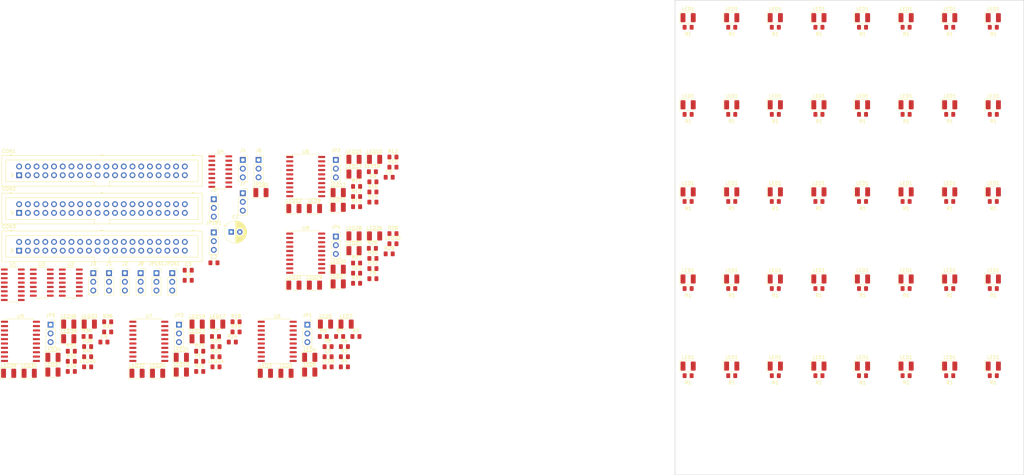
<source format=kicad_pcb>
(kicad_pcb (version 20171130) (host pcbnew 5.1.1-8be2ce7~80~ubuntu18.04.1)
  (layers (0 F.Cu signal) (31 B.Cu signal) (34 B.Paste user) (35 F.Paste user) (36 B.SilkS user) (37 F.SilkS user) (38 B.Mask user) (39 F.Mask user) (44 Edge.Cuts user))
  (net 0 "")
  (net 1 GND)
  (net 2 +5V)
  (net 3 /POWER)
  (net 4 /SWD3)
  (net 5 /SWD2)
  (net 6 /SWD1)
  (net 7 /SWD0)
  (net 8 /[2])
  (net 9 /SWA3)
  (net 10 /SWA2)
  (net 11 /SWA1)
  (net 12 /SWA0)
  (net 13 /~LTSON)
  (net 14 /[1])
  (net 15 /ROW3)
  (net 16 /ROW2)
  (net 17 /ROW1)
  (net 18 /ROW0)
  (net 19 /COL15)
  (net 20 /COL14)
  (net 21 /COL13)
  (net 22 /COL12)
  (net 23 /COL11)
  (net 24 /COL10)
  (net 25 /COL9)
  (net 26 /COL8)
  (net 27 /COL7)
  (net 28 /COL6)
  (net 29 /COL5)
  (net 30 /COL4)
  (net 31 /COL3)
  (net 32 /COL2)
  (net 33 /COL1)
  (net 34 /COL0)
  (net 35 /~SW0)
  (net 36 /~SW1)
  (net 37 /~SW2)
  (net 38 /~SW3)
  (net 39 /~SW4)
  (net 40 /~SW5)
  (net 41 /~SW6)
  (net 42 /~SW7)
  (net 43 "Net-(JP1-Pad2)")
  (net 44 "Net-(JP2-Pad2)")
  (net 45 "Net-(JP3-Pad2)")
  (net 46 "Net-(JP4-Pad2)")
  (net 47 "Net-(JP5-Pad2)")
  (net 48 /SEL)
  (net 49 /~SEL)
  (net 50 /SWSEL)
  (net 51 /~SWSEL)
  (net 52 "Net-(LED1-Pad2)")
  (net 53 "Net-(LED2-Pad2)")
  (net 54 "Net-(LED3-Pad2)")
  (net 55 "Net-(LED4-Pad2)")
  (net 56 "Net-(LED5-Pad2)")
  (net 57 "Net-(LED6-Pad2)")
  (net 58 "Net-(LED7-Pad2)")
  (net 59 "Net-(LED8-Pad2)")
  (net 60 "Net-(LED9-Pad2)")
  (net 61 "Net-(LED10-Pad2)")
  (net 62 "Net-(LED11-Pad2)")
  (net 63 "Net-(LED12-Pad2)")
  (net 64 "Net-(LED13-Pad2)")
  (net 65 "Net-(LED14-Pad2)")
  (net 66 "Net-(LED15-Pad2)")
  (net 67 "Net-(LED16-Pad2)")
  (net 68 "Net-(LED17-Pad2)")
  (net 69 "Net-(LED18-Pad2)")
  (net 70 "Net-(LED19-Pad2)")
  (net 71 "Net-(LED20-Pad2)")
  (net 72 "Net-(LED21-Pad2)")
  (net 73 "Net-(LED22-Pad2)")
  (net 74 "Net-(LED23-Pad2)")
  (net 75 "Net-(LED24-Pad2)")
  (net 76 "Net-(LED25-Pad2)")
  (net 77 "Net-(LED26-Pad2)")
  (net 78 "Net-(LED27-Pad2)")
  (net 79 "Net-(LED28-Pad2)")
  (net 80 "Net-(LED29-Pad2)")
  (net 81 "Net-(LED30-Pad2)")
  (net 82 "Net-(LED31-Pad2)")
  (net 83 "Net-(LED32-Pad2)")
  (net 84 "Net-(LED33-Pad2)")
  (net 85 "Net-(LED34-Pad2)")
  (net 86 "Net-(LED35-Pad2)")
  (net 87 "Net-(LED36-Pad2)")
  (net 88 "Net-(LED37-Pad2)")
  (net 89 "Net-(LED38-Pad2)")
  (net 90 "Net-(LED39-Pad2)")
  (net 91 "Net-(LED40-Pad2)")
  (net 92 "Net-(R1-Pad1)")
  (net 93 "Net-(R2-Pad1)")
  (net 94 "Net-(R3-Pad1)")
  (net 95 "Net-(R4-Pad1)")
  (net 96 "Net-(R5-Pad1)")
  (net 97 "Net-(R6-Pad1)")
  (net 98 "Net-(R7-Pad1)")
  (net 99 "Net-(R8-Pad1)")
  (net 100 "Net-(R9-Pad1)")
  (net 101 "Net-(R10-Pad1)")
  (net 102 "Net-(R11-Pad1)")
  (net 103 "Net-(R12-Pad1)")
  (net 104 "Net-(R13-Pad1)")
  (net 105 "Net-(R14-Pad1)")
  (net 106 "Net-(R15-Pad1)")
  (net 107 "Net-(R16-Pad1)")
  (net 108 "Net-(R17-Pad1)")
  (net 109 "Net-(R18-Pad1)")
  (net 110 "Net-(R19-Pad1)")
  (net 111 "Net-(R20-Pad1)")
  (net 112 "Net-(R21-Pad1)")
  (net 113 "Net-(R22-Pad1)")
  (net 114 "Net-(R23-Pad1)")
  (net 115 "Net-(R24-Pad1)")
  (net 116 "Net-(R25-Pad1)")
  (net 117 "Net-(R26-Pad1)")
  (net 118 "Net-(R27-Pad1)")
  (net 119 "Net-(R28-Pad1)")
  (net 120 "Net-(R29-Pad1)")
  (net 121 "Net-(R30-Pad1)")
  (net 122 "Net-(R31-Pad1)")
  (net 123 "Net-(R32-Pad1)")
  (net 124 "Net-(R33-Pad1)")
  (net 125 "Net-(R34-Pad1)")
  (net 126 "Net-(R35-Pad1)")
  (net 127 "Net-(R36-Pad1)")
  (net 128 "Net-(R37-Pad1)")
  (net 129 "Net-(R38-Pad1)")
  (net 130 "Net-(R39-Pad1)")
  (net 131 "Net-(R40-Pad1)")
  (net 132 "Net-(U1-Pad15)")
  (net 133 "Net-(U1-Pad14)")
  (net 134 "Net-(U1-Pad13)")
  (net 135 "Net-(U1-Pad12)")
  (net 136 "Net-(U1-Pad11)")
  (net 137 "Net-(U1-Pad10)")
  (net 138 "Net-(U1-Pad9)")
  (net 139 "Net-(U1-Pad7)")
  (net 140 "Net-(U2-Pad12)")
  (net 141 "Net-(U2-Pad8)")
  (net 142 "Net-(U2-Pad6)")
  (net 143 "Net-(U2-Pad4)")
  (net 144 "Net-(U2-Pad2)")
  (net 145 "Net-(U3-Pad12)")
  (net 146 /ROW-A)
  (net 147 /sheet5CC37D06/D7)
  (net 148 /sheet5CC37D06/D6)
  (net 149 /sheet5CC37D06/D5)
  (net 150 /sheet5CC37D06/D4)
  (net 151 /sheet5CC37D06/D3)
  (net 152 /sheet5CC37D06/D2)
  (net 153 /sheet5CC37D06/D1)
  (net 154 /sheet5CC37D06/D0)
  (net 155 /ROW-B)
  (net 156 /sheet5CC3829A/D7)
  (net 157 /sheet5CC3829A/D6)
  (net 158 /sheet5CC3829A/D5)
  (net 159 /sheet5CC3829A/D4)
  (net 160 /sheet5CC3829A/D3)
  (net 161 /sheet5CC3829A/D2)
  (net 162 /sheet5CC3829A/D1)
  (net 163 /sheet5CC3829A/D0)
  (net 164 /ROW-C)
  (net 165 /sheet5CC3829C/D7)
  (net 166 /sheet5CC3829C/D6)
  (net 167 /sheet5CC3829C/D5)
  (net 168 /sheet5CC3829C/D4)
  (net 169 /sheet5CC3829C/D3)
  (net 170 /sheet5CC3829C/D2)
  (net 171 /sheet5CC3829C/D1)
  (net 172 /sheet5CC3829C/D0)
  (net 173 /ROW-D)
  (net 174 /sheet5CC38612/D7)
  (net 175 /sheet5CC38612/D6)
  (net 176 /sheet5CC38612/D5)
  (net 177 /sheet5CC38612/D4)
  (net 178 /sheet5CC38612/D3)
  (net 179 /sheet5CC38612/D2)
  (net 180 /sheet5CC38612/D1)
  (net 181 /sheet5CC38612/D0)
  (net 182 /ROW-E)
  (net 183 "/Half Row/D7")
  (net 184 "/Half Row/D6")
  (net 185 "/Half Row/D5")
  (net 186 "/Half Row/D4")
  (net 187 "/Half Row/D3")
  (net 188 "/Half Row/D2")
  (net 189 "/Half Row/D1")
  (net 190 "/Half Row/D0")
  (module Package_SO:SOIC-20W_7.5x12.8mm_P1.27mm (layer F.Cu) (at 131.888759 118.514)
    (fp_text reference U9 (at 0 -7.35) (layer F.SilkS))
    (fp_text value 74HC573)
    (pad 20 smd roundrect (at 4.65 -5.715) (size 2.05 0.6) (layers F.Cu F.Paste F.Mask) (net 2 +5V))
    (pad 19 smd roundrect (at 4.65 -4.445) (size 2.05 0.6) (layers F.Cu F.Paste F.Mask) (net 124 "Net-(R33-Pad1)"))
    (pad 18 smd roundrect (at 4.65 -3.175) (size 2.05 0.6) (layers F.Cu F.Paste F.Mask) (net 125 "Net-(R34-Pad1)"))
    (pad 17 smd roundrect (at 4.65 -1.905) (size 2.05 0.6) (layers F.Cu F.Paste F.Mask) (net 126 "Net-(R35-Pad1)"))
    (pad 16 smd roundrect (at 4.65 -0.635) (size 2.05 0.6) (layers F.Cu F.Paste F.Mask) (net 127 "Net-(R36-Pad1)"))
    (pad 15 smd roundrect (at 4.65 0.635) (size 2.05 0.6) (layers F.Cu F.Paste F.Mask) (net 128 "Net-(R37-Pad1)"))
    (pad 14 smd roundrect (at 4.65 1.905) (size 2.05 0.6) (layers F.Cu F.Paste F.Mask) (net 129 "Net-(R38-Pad1)"))
    (pad 13 smd roundrect (at 4.65 3.175) (size 2.05 0.6) (layers F.Cu F.Paste F.Mask) (net 130 "Net-(R39-Pad1)"))
    (pad 12 smd roundrect (at 4.65 4.445) (size 2.05 0.6) (layers F.Cu F.Paste F.Mask) (net 131 "Net-(R40-Pad1)"))
    (pad 11 smd roundrect (at 4.65 5.715) (size 2.05 0.6) (layers F.Cu F.Paste F.Mask) (net 182 /ROW-E))
    (pad 10 smd roundrect (at -4.65 5.715) (size 2.05 0.6) (layers F.Cu F.Paste F.Mask) (net 1 GND))
    (pad 9 smd roundrect (at -4.65 4.445) (size 2.05 0.6) (layers F.Cu F.Paste F.Mask) (net 183 "/Half Row/D7"))
    (pad 8 smd roundrect (at -4.65 3.175) (size 2.05 0.6) (layers F.Cu F.Paste F.Mask) (net 184 "/Half Row/D6"))
    (pad 7 smd roundrect (at -4.65 1.905) (size 2.05 0.6) (layers F.Cu F.Paste F.Mask) (net 185 "/Half Row/D5"))
    (pad 6 smd roundrect (at -4.65 0.635) (size 2.05 0.6) (layers F.Cu F.Paste F.Mask) (net 186 "/Half Row/D4"))
    (pad 5 smd roundrect (at -4.65 -0.635) (size 2.05 0.6) (layers F.Cu F.Paste F.Mask) (net 187 "/Half Row/D3"))
    (pad 4 smd roundrect (at -4.65 -1.905) (size 2.05 0.6) (layers F.Cu F.Paste F.Mask) (net 188 "/Half Row/D2"))
    (pad 3 smd roundrect (at -4.65 -3.175) (size 2.05 0.6) (layers F.Cu F.Paste F.Mask) (net 189 "/Half Row/D1"))
    (pad 2 smd roundrect (at -4.65 -4.445) (size 2.05 0.6) (layers F.Cu F.Paste F.Mask) (net 190 "/Half Row/D0"))
    (pad 1 smd roundrect (at -4.65 -5.715) (size 2.05 0.6) (layers F.Cu F.Paste F.Mask) (net 47 "Net-(JP5-Pad2)"))
  )
  (module Package_SO:SOIC-20W_7.5x12.8mm_P1.27mm (layer F.Cu) (at 214.988759 92.804)
    (fp_text reference U8 (at 0 -7.35) (layer F.SilkS))
    (fp_text value 74HC573)
    (pad 20 smd roundrect (at 4.65 -5.715) (size 2.05 0.6) (layers F.Cu F.Paste F.Mask) (net 2 +5V))
    (pad 19 smd roundrect (at 4.65 -4.445) (size 2.05 0.6) (layers F.Cu F.Paste F.Mask) (net 116 "Net-(R25-Pad1)"))
    (pad 18 smd roundrect (at 4.65 -3.175) (size 2.05 0.6) (layers F.Cu F.Paste F.Mask) (net 117 "Net-(R26-Pad1)"))
    (pad 17 smd roundrect (at 4.65 -1.905) (size 2.05 0.6) (layers F.Cu F.Paste F.Mask) (net 118 "Net-(R27-Pad1)"))
    (pad 16 smd roundrect (at 4.65 -0.635) (size 2.05 0.6) (layers F.Cu F.Paste F.Mask) (net 119 "Net-(R28-Pad1)"))
    (pad 15 smd roundrect (at 4.65 0.635) (size 2.05 0.6) (layers F.Cu F.Paste F.Mask) (net 120 "Net-(R29-Pad1)"))
    (pad 14 smd roundrect (at 4.65 1.905) (size 2.05 0.6) (layers F.Cu F.Paste F.Mask) (net 121 "Net-(R30-Pad1)"))
    (pad 13 smd roundrect (at 4.65 3.175) (size 2.05 0.6) (layers F.Cu F.Paste F.Mask) (net 122 "Net-(R31-Pad1)"))
    (pad 12 smd roundrect (at 4.65 4.445) (size 2.05 0.6) (layers F.Cu F.Paste F.Mask) (net 123 "Net-(R32-Pad1)"))
    (pad 11 smd roundrect (at 4.65 5.715) (size 2.05 0.6) (layers F.Cu F.Paste F.Mask) (net 173 /ROW-D))
    (pad 10 smd roundrect (at -4.65 5.715) (size 2.05 0.6) (layers F.Cu F.Paste F.Mask) (net 1 GND))
    (pad 9 smd roundrect (at -4.65 4.445) (size 2.05 0.6) (layers F.Cu F.Paste F.Mask) (net 174 /sheet5CC38612/D7))
    (pad 8 smd roundrect (at -4.65 3.175) (size 2.05 0.6) (layers F.Cu F.Paste F.Mask) (net 175 /sheet5CC38612/D6))
    (pad 7 smd roundrect (at -4.65 1.905) (size 2.05 0.6) (layers F.Cu F.Paste F.Mask) (net 176 /sheet5CC38612/D5))
    (pad 6 smd roundrect (at -4.65 0.635) (size 2.05 0.6) (layers F.Cu F.Paste F.Mask) (net 177 /sheet5CC38612/D4))
    (pad 5 smd roundrect (at -4.65 -0.635) (size 2.05 0.6) (layers F.Cu F.Paste F.Mask) (net 178 /sheet5CC38612/D3))
    (pad 4 smd roundrect (at -4.65 -1.905) (size 2.05 0.6) (layers F.Cu F.Paste F.Mask) (net 179 /sheet5CC38612/D2))
    (pad 3 smd roundrect (at -4.65 -3.175) (size 2.05 0.6) (layers F.Cu F.Paste F.Mask) (net 180 /sheet5CC38612/D1))
    (pad 2 smd roundrect (at -4.65 -4.445) (size 2.05 0.6) (layers F.Cu F.Paste F.Mask) (net 181 /sheet5CC38612/D0))
    (pad 1 smd roundrect (at -4.65 -5.715) (size 2.05 0.6) (layers F.Cu F.Paste F.Mask) (net 46 "Net-(JP4-Pad2)"))
  )
  (module Package_SO:SOIC-20W_7.5x12.8mm_P1.27mm (layer F.Cu) (at 169.288759 118.514)
    (fp_text reference U7 (at 0 -7.35) (layer F.SilkS))
    (fp_text value 74HC573)
    (pad 20 smd roundrect (at 4.65 -5.715) (size 2.05 0.6) (layers F.Cu F.Paste F.Mask) (net 2 +5V))
    (pad 19 smd roundrect (at 4.65 -4.445) (size 2.05 0.6) (layers F.Cu F.Paste F.Mask) (net 108 "Net-(R17-Pad1)"))
    (pad 18 smd roundrect (at 4.65 -3.175) (size 2.05 0.6) (layers F.Cu F.Paste F.Mask) (net 109 "Net-(R18-Pad1)"))
    (pad 17 smd roundrect (at 4.65 -1.905) (size 2.05 0.6) (layers F.Cu F.Paste F.Mask) (net 110 "Net-(R19-Pad1)"))
    (pad 16 smd roundrect (at 4.65 -0.635) (size 2.05 0.6) (layers F.Cu F.Paste F.Mask) (net 111 "Net-(R20-Pad1)"))
    (pad 15 smd roundrect (at 4.65 0.635) (size 2.05 0.6) (layers F.Cu F.Paste F.Mask) (net 112 "Net-(R21-Pad1)"))
    (pad 14 smd roundrect (at 4.65 1.905) (size 2.05 0.6) (layers F.Cu F.Paste F.Mask) (net 113 "Net-(R22-Pad1)"))
    (pad 13 smd roundrect (at 4.65 3.175) (size 2.05 0.6) (layers F.Cu F.Paste F.Mask) (net 114 "Net-(R23-Pad1)"))
    (pad 12 smd roundrect (at 4.65 4.445) (size 2.05 0.6) (layers F.Cu F.Paste F.Mask) (net 115 "Net-(R24-Pad1)"))
    (pad 11 smd roundrect (at 4.65 5.715) (size 2.05 0.6) (layers F.Cu F.Paste F.Mask) (net 164 /ROW-C))
    (pad 10 smd roundrect (at -4.65 5.715) (size 2.05 0.6) (layers F.Cu F.Paste F.Mask) (net 1 GND))
    (pad 9 smd roundrect (at -4.65 4.445) (size 2.05 0.6) (layers F.Cu F.Paste F.Mask) (net 165 /sheet5CC3829C/D7))
    (pad 8 smd roundrect (at -4.65 3.175) (size 2.05 0.6) (layers F.Cu F.Paste F.Mask) (net 166 /sheet5CC3829C/D6))
    (pad 7 smd roundrect (at -4.65 1.905) (size 2.05 0.6) (layers F.Cu F.Paste F.Mask) (net 167 /sheet5CC3829C/D5))
    (pad 6 smd roundrect (at -4.65 0.635) (size 2.05 0.6) (layers F.Cu F.Paste F.Mask) (net 168 /sheet5CC3829C/D4))
    (pad 5 smd roundrect (at -4.65 -0.635) (size 2.05 0.6) (layers F.Cu F.Paste F.Mask) (net 169 /sheet5CC3829C/D3))
    (pad 4 smd roundrect (at -4.65 -1.905) (size 2.05 0.6) (layers F.Cu F.Paste F.Mask) (net 170 /sheet5CC3829C/D2))
    (pad 3 smd roundrect (at -4.65 -3.175) (size 2.05 0.6) (layers F.Cu F.Paste F.Mask) (net 171 /sheet5CC3829C/D1))
    (pad 2 smd roundrect (at -4.65 -4.445) (size 2.05 0.6) (layers F.Cu F.Paste F.Mask) (net 172 /sheet5CC3829C/D0))
    (pad 1 smd roundrect (at -4.65 -5.715) (size 2.05 0.6) (layers F.Cu F.Paste F.Mask) (net 45 "Net-(JP3-Pad2)"))
  )
  (module Package_SO:SOIC-20W_7.5x12.8mm_P1.27mm (layer F.Cu) (at 214.988759 70.464)
    (fp_text reference U6 (at 0 -7.35) (layer F.SilkS))
    (fp_text value 74HC573)
    (pad 20 smd roundrect (at 4.65 -5.715) (size 2.05 0.6) (layers F.Cu F.Paste F.Mask) (net 2 +5V))
    (pad 19 smd roundrect (at 4.65 -4.445) (size 2.05 0.6) (layers F.Cu F.Paste F.Mask) (net 100 "Net-(R9-Pad1)"))
    (pad 18 smd roundrect (at 4.65 -3.175) (size 2.05 0.6) (layers F.Cu F.Paste F.Mask) (net 101 "Net-(R10-Pad1)"))
    (pad 17 smd roundrect (at 4.65 -1.905) (size 2.05 0.6) (layers F.Cu F.Paste F.Mask) (net 102 "Net-(R11-Pad1)"))
    (pad 16 smd roundrect (at 4.65 -0.635) (size 2.05 0.6) (layers F.Cu F.Paste F.Mask) (net 103 "Net-(R12-Pad1)"))
    (pad 15 smd roundrect (at 4.65 0.635) (size 2.05 0.6) (layers F.Cu F.Paste F.Mask) (net 104 "Net-(R13-Pad1)"))
    (pad 14 smd roundrect (at 4.65 1.905) (size 2.05 0.6) (layers F.Cu F.Paste F.Mask) (net 105 "Net-(R14-Pad1)"))
    (pad 13 smd roundrect (at 4.65 3.175) (size 2.05 0.6) (layers F.Cu F.Paste F.Mask) (net 106 "Net-(R15-Pad1)"))
    (pad 12 smd roundrect (at 4.65 4.445) (size 2.05 0.6) (layers F.Cu F.Paste F.Mask) (net 107 "Net-(R16-Pad1)"))
    (pad 11 smd roundrect (at 4.65 5.715) (size 2.05 0.6) (layers F.Cu F.Paste F.Mask) (net 155 /ROW-B))
    (pad 10 smd roundrect (at -4.65 5.715) (size 2.05 0.6) (layers F.Cu F.Paste F.Mask) (net 1 GND))
    (pad 9 smd roundrect (at -4.65 4.445) (size 2.05 0.6) (layers F.Cu F.Paste F.Mask) (net 156 /sheet5CC3829A/D7))
    (pad 8 smd roundrect (at -4.65 3.175) (size 2.05 0.6) (layers F.Cu F.Paste F.Mask) (net 157 /sheet5CC3829A/D6))
    (pad 7 smd roundrect (at -4.65 1.905) (size 2.05 0.6) (layers F.Cu F.Paste F.Mask) (net 158 /sheet5CC3829A/D5))
    (pad 6 smd roundrect (at -4.65 0.635) (size 2.05 0.6) (layers F.Cu F.Paste F.Mask) (net 159 /sheet5CC3829A/D4))
    (pad 5 smd roundrect (at -4.65 -0.635) (size 2.05 0.6) (layers F.Cu F.Paste F.Mask) (net 160 /sheet5CC3829A/D3))
    (pad 4 smd roundrect (at -4.65 -1.905) (size 2.05 0.6) (layers F.Cu F.Paste F.Mask) (net 161 /sheet5CC3829A/D2))
    (pad 3 smd roundrect (at -4.65 -3.175) (size 2.05 0.6) (layers F.Cu F.Paste F.Mask) (net 162 /sheet5CC3829A/D1))
    (pad 2 smd roundrect (at -4.65 -4.445) (size 2.05 0.6) (layers F.Cu F.Paste F.Mask) (net 163 /sheet5CC3829A/D0))
    (pad 1 smd roundrect (at -4.65 -5.715) (size 2.05 0.6) (layers F.Cu F.Paste F.Mask) (net 44 "Net-(JP2-Pad2)"))
  )
  (module Package_SO:SOIC-20W_7.5x12.8mm_P1.27mm (layer F.Cu) (at 206.688759 118.514)
    (fp_text reference U5 (at 0 -7.35) (layer F.SilkS))
    (fp_text value 74HC573)
    (pad 20 smd roundrect (at 4.65 -5.715) (size 2.05 0.6) (layers F.Cu F.Paste F.Mask) (net 2 +5V))
    (pad 19 smd roundrect (at 4.65 -4.445) (size 2.05 0.6) (layers F.Cu F.Paste F.Mask) (net 92 "Net-(R1-Pad1)"))
    (pad 18 smd roundrect (at 4.65 -3.175) (size 2.05 0.6) (layers F.Cu F.Paste F.Mask) (net 93 "Net-(R2-Pad1)"))
    (pad 17 smd roundrect (at 4.65 -1.905) (size 2.05 0.6) (layers F.Cu F.Paste F.Mask) (net 94 "Net-(R3-Pad1)"))
    (pad 16 smd roundrect (at 4.65 -0.635) (size 2.05 0.6) (layers F.Cu F.Paste F.Mask) (net 95 "Net-(R4-Pad1)"))
    (pad 15 smd roundrect (at 4.65 0.635) (size 2.05 0.6) (layers F.Cu F.Paste F.Mask) (net 96 "Net-(R5-Pad1)"))
    (pad 14 smd roundrect (at 4.65 1.905) (size 2.05 0.6) (layers F.Cu F.Paste F.Mask) (net 97 "Net-(R6-Pad1)"))
    (pad 13 smd roundrect (at 4.65 3.175) (size 2.05 0.6) (layers F.Cu F.Paste F.Mask) (net 98 "Net-(R7-Pad1)"))
    (pad 12 smd roundrect (at 4.65 4.445) (size 2.05 0.6) (layers F.Cu F.Paste F.Mask) (net 99 "Net-(R8-Pad1)"))
    (pad 11 smd roundrect (at 4.65 5.715) (size 2.05 0.6) (layers F.Cu F.Paste F.Mask) (net 146 /ROW-A))
    (pad 10 smd roundrect (at -4.65 5.715) (size 2.05 0.6) (layers F.Cu F.Paste F.Mask) (net 1 GND))
    (pad 9 smd roundrect (at -4.65 4.445) (size 2.05 0.6) (layers F.Cu F.Paste F.Mask) (net 147 /sheet5CC37D06/D7))
    (pad 8 smd roundrect (at -4.65 3.175) (size 2.05 0.6) (layers F.Cu F.Paste F.Mask) (net 148 /sheet5CC37D06/D6))
    (pad 7 smd roundrect (at -4.65 1.905) (size 2.05 0.6) (layers F.Cu F.Paste F.Mask) (net 149 /sheet5CC37D06/D5))
    (pad 6 smd roundrect (at -4.65 0.635) (size 2.05 0.6) (layers F.Cu F.Paste F.Mask) (net 150 /sheet5CC37D06/D4))
    (pad 5 smd roundrect (at -4.65 -0.635) (size 2.05 0.6) (layers F.Cu F.Paste F.Mask) (net 151 /sheet5CC37D06/D3))
    (pad 4 smd roundrect (at -4.65 -1.905) (size 2.05 0.6) (layers F.Cu F.Paste F.Mask) (net 152 /sheet5CC37D06/D2))
    (pad 3 smd roundrect (at -4.65 -3.175) (size 2.05 0.6) (layers F.Cu F.Paste F.Mask) (net 153 /sheet5CC37D06/D1))
    (pad 2 smd roundrect (at -4.65 -4.445) (size 2.05 0.6) (layers F.Cu F.Paste F.Mask) (net 154 /sheet5CC37D06/D0))
    (pad 1 smd roundrect (at -4.65 -5.715) (size 2.05 0.6) (layers F.Cu F.Paste F.Mask) (net 43 "Net-(JP1-Pad2)"))
  )
  (module Package_SO:SOIC-16_3.9x9.9mm_P1.27mm (layer F.Cu) (at 190.108759 69.014)
    (fp_text reference U4 (at 0 -5.9) (layer F.SilkS))
    (fp_text value 74HC138)
    (pad 16 smd roundrect (at 2.475 -4.445) (size 1.95 0.6) (layers F.Cu F.Paste F.Mask) (net 2 +5V))
    (pad 15 smd roundrect (at 2.475 -3.175) (size 1.95 0.6) (layers F.Cu F.Paste F.Mask) (net 35 /~SW0))
    (pad 14 smd roundrect (at 2.475 -1.905) (size 1.95 0.6) (layers F.Cu F.Paste F.Mask) (net 36 /~SW1))
    (pad 13 smd roundrect (at 2.475 -0.635) (size 1.95 0.6) (layers F.Cu F.Paste F.Mask) (net 37 /~SW2))
    (pad 12 smd roundrect (at 2.475 0.635) (size 1.95 0.6) (layers F.Cu F.Paste F.Mask) (net 38 /~SW3))
    (pad 11 smd roundrect (at 2.475 1.905) (size 1.95 0.6) (layers F.Cu F.Paste F.Mask) (net 39 /~SW4))
    (pad 10 smd roundrect (at 2.475 3.175) (size 1.95 0.6) (layers F.Cu F.Paste F.Mask) (net 40 /~SW5))
    (pad 9 smd roundrect (at 2.475 4.445) (size 1.95 0.6) (layers F.Cu F.Paste F.Mask) (net 41 /~SW6))
    (pad 8 smd roundrect (at -2.475 4.445) (size 1.95 0.6) (layers F.Cu F.Paste F.Mask) (net 1 GND))
    (pad 7 smd roundrect (at -2.475 3.175) (size 1.95 0.6) (layers F.Cu F.Paste F.Mask) (net 42 /~SW7))
    (pad 6 smd roundrect (at -2.475 1.905) (size 1.95 0.6) (layers F.Cu F.Paste F.Mask) (net 50 /SWSEL))
    (pad 5 smd roundrect (at -2.475 0.635) (size 1.95 0.6) (layers F.Cu F.Paste F.Mask) (net 51 /~SWSEL))
    (pad 4 smd roundrect (at -2.475 -0.635) (size 1.95 0.6) (layers F.Cu F.Paste F.Mask) (net 1 GND))
    (pad 3 smd roundrect (at -2.475 -1.905) (size 1.95 0.6) (layers F.Cu F.Paste F.Mask) (net 10 /SWA2))
    (pad 2 smd roundrect (at -2.475 -3.175) (size 1.95 0.6) (layers F.Cu F.Paste F.Mask) (net 11 /SWA1))
    (pad 1 smd roundrect (at -2.475 -4.445) (size 1.95 0.6) (layers F.Cu F.Paste F.Mask) (net 12 /SWA0))
  )
  (module Package_SO:SOIC-14_3.9x8.7mm_P1.27mm (layer F.Cu) (at 138.108759 101.394)
    (fp_text reference U3 (at 0 -5.28) (layer F.SilkS))
    (fp_text value 74HC04)
    (pad 14 smd roundrect (at 2.475 -3.81) (size 1.95 0.6) (layers F.Cu F.Paste F.Mask))
    (pad 13 smd roundrect (at 2.475 -2.54) (size 1.95 0.6) (layers F.Cu F.Paste F.Mask) (net 1 GND))
    (pad 12 smd roundrect (at 2.475 -1.27) (size 1.95 0.6) (layers F.Cu F.Paste F.Mask) (net 145 "Net-(U3-Pad12)"))
    (pad 11 smd roundrect (at 2.475 0) (size 1.95 0.6) (layers F.Cu F.Paste F.Mask))
    (pad 10 smd roundrect (at 2.475 1.27) (size 1.95 0.6) (layers F.Cu F.Paste F.Mask))
    (pad 9 smd roundrect (at 2.475 2.54) (size 1.95 0.6) (layers F.Cu F.Paste F.Mask))
    (pad 8 smd roundrect (at 2.475 3.81) (size 1.95 0.6) (layers F.Cu F.Paste F.Mask))
    (pad 7 smd roundrect (at -2.475 3.81) (size 1.95 0.6) (layers F.Cu F.Paste F.Mask))
    (pad 6 smd roundrect (at -2.475 2.54) (size 1.95 0.6) (layers F.Cu F.Paste F.Mask))
    (pad 5 smd roundrect (at -2.475 1.27) (size 1.95 0.6) (layers F.Cu F.Paste F.Mask))
    (pad 4 smd roundrect (at -2.475 0) (size 1.95 0.6) (layers F.Cu F.Paste F.Mask))
    (pad 3 smd roundrect (at -2.475 -1.27) (size 1.95 0.6) (layers F.Cu F.Paste F.Mask))
    (pad 2 smd roundrect (at -2.475 -2.54) (size 1.95 0.6) (layers F.Cu F.Paste F.Mask))
    (pad 1 smd roundrect (at -2.475 -3.81) (size 1.95 0.6) (layers F.Cu F.Paste F.Mask))
  )
  (module Package_SO:SOIC-14_3.9x8.7mm_P1.27mm (layer F.Cu) (at 146.558759 101.394)
    (fp_text reference U2 (at 0 -5.28) (layer F.SilkS))
    (fp_text value 74HC04)
    (pad 14 smd roundrect (at 2.475 -3.81) (size 1.95 0.6) (layers F.Cu F.Paste F.Mask) (net 2 +5V))
    (pad 13 smd roundrect (at 2.475 -2.54) (size 1.95 0.6) (layers F.Cu F.Paste F.Mask) (net 136 "Net-(U1-Pad11)"))
    (pad 12 smd roundrect (at 2.475 -1.27) (size 1.95 0.6) (layers F.Cu F.Paste F.Mask) (net 140 "Net-(U2-Pad12)"))
    (pad 11 smd roundrect (at 2.475 0) (size 1.95 0.6) (layers F.Cu F.Paste F.Mask))
    (pad 10 smd roundrect (at 2.475 1.27) (size 1.95 0.6) (layers F.Cu F.Paste F.Mask))
    (pad 9 smd roundrect (at 2.475 2.54) (size 1.95 0.6) (layers F.Cu F.Paste F.Mask) (net 135 "Net-(U1-Pad12)"))
    (pad 8 smd roundrect (at 2.475 3.81) (size 1.95 0.6) (layers F.Cu F.Paste F.Mask) (net 141 "Net-(U2-Pad8)"))
    (pad 7 smd roundrect (at -2.475 3.81) (size 1.95 0.6) (layers F.Cu F.Paste F.Mask) (net 1 GND))
    (pad 6 smd roundrect (at -2.475 2.54) (size 1.95 0.6) (layers F.Cu F.Paste F.Mask) (net 142 "Net-(U2-Pad6)"))
    (pad 5 smd roundrect (at -2.475 1.27) (size 1.95 0.6) (layers F.Cu F.Paste F.Mask) (net 134 "Net-(U1-Pad13)"))
    (pad 4 smd roundrect (at -2.475 0) (size 1.95 0.6) (layers F.Cu F.Paste F.Mask) (net 143 "Net-(U2-Pad4)"))
    (pad 3 smd roundrect (at -2.475 -1.27) (size 1.95 0.6) (layers F.Cu F.Paste F.Mask) (net 133 "Net-(U1-Pad14)"))
    (pad 2 smd roundrect (at -2.475 -2.54) (size 1.95 0.6) (layers F.Cu F.Paste F.Mask) (net 144 "Net-(U2-Pad2)"))
    (pad 1 smd roundrect (at -2.475 -3.81) (size 1.95 0.6) (layers F.Cu F.Paste F.Mask) (net 132 "Net-(U1-Pad15)"))
  )
  (module Package_SO:SOIC-16_3.9x9.9mm_P1.27mm (layer F.Cu) (at 129.658759 102.014)
    (fp_text reference U1 (at 0 -5.9) (layer F.SilkS))
    (fp_text value 74HC138)
    (pad 16 smd roundrect (at 2.475 -4.445) (size 1.95 0.6) (layers F.Cu F.Paste F.Mask) (net 2 +5V))
    (pad 15 smd roundrect (at 2.475 -3.175) (size 1.95 0.6) (layers F.Cu F.Paste F.Mask) (net 132 "Net-(U1-Pad15)"))
    (pad 14 smd roundrect (at 2.475 -1.905) (size 1.95 0.6) (layers F.Cu F.Paste F.Mask) (net 133 "Net-(U1-Pad14)"))
    (pad 13 smd roundrect (at 2.475 -0.635) (size 1.95 0.6) (layers F.Cu F.Paste F.Mask) (net 134 "Net-(U1-Pad13)"))
    (pad 12 smd roundrect (at 2.475 0.635) (size 1.95 0.6) (layers F.Cu F.Paste F.Mask) (net 135 "Net-(U1-Pad12)"))
    (pad 11 smd roundrect (at 2.475 1.905) (size 1.95 0.6) (layers F.Cu F.Paste F.Mask) (net 136 "Net-(U1-Pad11)"))
    (pad 10 smd roundrect (at 2.475 3.175) (size 1.95 0.6) (layers F.Cu F.Paste F.Mask) (net 137 "Net-(U1-Pad10)"))
    (pad 9 smd roundrect (at 2.475 4.445) (size 1.95 0.6) (layers F.Cu F.Paste F.Mask) (net 138 "Net-(U1-Pad9)"))
    (pad 8 smd roundrect (at -2.475 4.445) (size 1.95 0.6) (layers F.Cu F.Paste F.Mask) (net 1 GND))
    (pad 7 smd roundrect (at -2.475 3.175) (size 1.95 0.6) (layers F.Cu F.Paste F.Mask) (net 139 "Net-(U1-Pad7)"))
    (pad 6 smd roundrect (at -2.475 1.905) (size 1.95 0.6) (layers F.Cu F.Paste F.Mask) (net 48 /SEL))
    (pad 5 smd roundrect (at -2.475 0.635) (size 1.95 0.6) (layers F.Cu F.Paste F.Mask) (net 49 /~SEL))
    (pad 4 smd roundrect (at -2.475 -0.635) (size 1.95 0.6) (layers F.Cu F.Paste F.Mask) (net 1 GND))
    (pad 3 smd roundrect (at -2.475 -1.905) (size 1.95 0.6) (layers F.Cu F.Paste F.Mask) (net 16 /ROW2))
    (pad 2 smd roundrect (at -2.475 -3.175) (size 1.95 0.6) (layers F.Cu F.Paste F.Mask) (net 17 /ROW1))
    (pad 1 smd roundrect (at -2.475 -4.445) (size 1.95 0.6) (layers F.Cu F.Paste F.Mask) (net 18 /ROW0))
  )
  (module Resistor_SMD:R_0805_2012Metric_Pad1.15x1.40mm_HandSolder (layer F.Cu) (at 151.458759 123.004)
    (fp_text reference R40 (at 0 -1.65) (layer F.SilkS))
    (fp_text value 330Ω)
    (pad 2 smd roundrect (at 1.025 0) (size 1.15 1.4) (layers F.Cu F.Paste F.Mask) (roundrect_rratio 0.217391) (net 91 "Net-(LED40-Pad2)"))
    (pad 1 smd roundrect (at -1.025 0) (size 1.15 1.4) (layers F.Cu F.Paste F.Mask) (roundrect_rratio 0.217391) (net 131 "Net-(R40-Pad1)"))
  )
  (module Resistor_SMD:R_0805_2012Metric_Pad1.15x1.40mm_HandSolder (layer F.Cu) (at 146.708759 127.294)
    (fp_text reference R39 (at 0 -1.65) (layer F.SilkS))
    (fp_text value 330Ω)
    (pad 2 smd roundrect (at 1.025 0) (size 1.15 1.4) (layers F.Cu F.Paste F.Mask) (roundrect_rratio 0.217391) (net 90 "Net-(LED39-Pad2)"))
    (pad 1 smd roundrect (at -1.025 0) (size 1.15 1.4) (layers F.Cu F.Paste F.Mask) (roundrect_rratio 0.217391) (net 130 "Net-(R39-Pad1)"))
  )
  (module Resistor_SMD:R_0805_2012Metric_Pad1.15x1.40mm_HandSolder (layer F.Cu) (at 151.458759 120.054)
    (fp_text reference R38 (at 0 -1.65) (layer F.SilkS))
    (fp_text value 330Ω)
    (pad 2 smd roundrect (at 1.025 0) (size 1.15 1.4) (layers F.Cu F.Paste F.Mask) (roundrect_rratio 0.217391) (net 89 "Net-(LED38-Pad2)"))
    (pad 1 smd roundrect (at -1.025 0) (size 1.15 1.4) (layers F.Cu F.Paste F.Mask) (roundrect_rratio 0.217391) (net 129 "Net-(R38-Pad1)"))
  )
  (module Resistor_SMD:R_0805_2012Metric_Pad1.15x1.40mm_HandSolder (layer F.Cu) (at 157.298759 115.764)
    (fp_text reference R37 (at 0 -1.65) (layer F.SilkS))
    (fp_text value 330Ω)
    (pad 2 smd roundrect (at 1.025 0) (size 1.15 1.4) (layers F.Cu F.Paste F.Mask) (roundrect_rratio 0.217391) (net 88 "Net-(LED37-Pad2)"))
    (pad 1 smd roundrect (at -1.025 0) (size 1.15 1.4) (layers F.Cu F.Paste F.Mask) (roundrect_rratio 0.217391) (net 128 "Net-(R37-Pad1)"))
  )
  (module Resistor_SMD:R_0805_2012Metric_Pad1.15x1.40mm_HandSolder (layer F.Cu) (at 157.298759 112.814)
    (fp_text reference R36 (at 0 -1.65) (layer F.SilkS))
    (fp_text value 330Ω)
    (pad 2 smd roundrect (at 1.025 0) (size 1.15 1.4) (layers F.Cu F.Paste F.Mask) (roundrect_rratio 0.217391) (net 87 "Net-(LED36-Pad2)"))
    (pad 1 smd roundrect (at -1.025 0) (size 1.15 1.4) (layers F.Cu F.Paste F.Mask) (roundrect_rratio 0.217391) (net 127 "Net-(R36-Pad1)"))
  )
  (module Resistor_SMD:R_0805_2012Metric_Pad1.15x1.40mm_HandSolder (layer F.Cu) (at 146.708759 124.344)
    (fp_text reference R35 (at 0 -1.65) (layer F.SilkS))
    (fp_text value 330Ω)
    (pad 2 smd roundrect (at 1.025 0) (size 1.15 1.4) (layers F.Cu F.Paste F.Mask) (roundrect_rratio 0.217391) (net 86 "Net-(LED35-Pad2)"))
    (pad 1 smd roundrect (at -1.025 0) (size 1.15 1.4) (layers F.Cu F.Paste F.Mask) (roundrect_rratio 0.217391) (net 126 "Net-(R35-Pad1)"))
  )
  (module Resistor_SMD:R_0805_2012Metric_Pad1.15x1.40mm_HandSolder (layer F.Cu) (at 151.308759 117.104)
    (fp_text reference R34 (at 0 -1.65) (layer F.SilkS))
    (fp_text value 330Ω)
    (pad 2 smd roundrect (at 1.025 0) (size 1.15 1.4) (layers F.Cu F.Paste F.Mask) (roundrect_rratio 0.217391) (net 85 "Net-(LED34-Pad2)"))
    (pad 1 smd roundrect (at -1.025 0) (size 1.15 1.4) (layers F.Cu F.Paste F.Mask) (roundrect_rratio 0.217391) (net 125 "Net-(R34-Pad1)"))
  )
  (module Resistor_SMD:R_0805_2012Metric_Pad1.15x1.40mm_HandSolder (layer F.Cu) (at 146.708759 121.394)
    (fp_text reference R33 (at 0 -1.65) (layer F.SilkS))
    (fp_text value 330Ω)
    (pad 2 smd roundrect (at 1.025 0) (size 1.15 1.4) (layers F.Cu F.Paste F.Mask) (roundrect_rratio 0.217391) (net 84 "Net-(LED33-Pad2)"))
    (pad 1 smd roundrect (at -1.025 0) (size 1.15 1.4) (layers F.Cu F.Paste F.Mask) (roundrect_rratio 0.217391) (net 124 "Net-(R33-Pad1)"))
  )
  (module Resistor_SMD:R_0805_2012Metric_Pad1.15x1.40mm_HandSolder (layer F.Cu) (at 234.558759 97.294)
    (fp_text reference R32 (at 0 -1.65) (layer F.SilkS))
    (fp_text value 330Ω)
    (pad 2 smd roundrect (at 1.025 0) (size 1.15 1.4) (layers F.Cu F.Paste F.Mask) (roundrect_rratio 0.217391) (net 83 "Net-(LED32-Pad2)"))
    (pad 1 smd roundrect (at -1.025 0) (size 1.15 1.4) (layers F.Cu F.Paste F.Mask) (roundrect_rratio 0.217391) (net 123 "Net-(R32-Pad1)"))
  )
  (module Resistor_SMD:R_0805_2012Metric_Pad1.15x1.40mm_HandSolder (layer F.Cu) (at 229.808759 101.584)
    (fp_text reference R31 (at 0 -1.65) (layer F.SilkS))
    (fp_text value 330Ω)
    (pad 2 smd roundrect (at 1.025 0) (size 1.15 1.4) (layers F.Cu F.Paste F.Mask) (roundrect_rratio 0.217391) (net 82 "Net-(LED31-Pad2)"))
    (pad 1 smd roundrect (at -1.025 0) (size 1.15 1.4) (layers F.Cu F.Paste F.Mask) (roundrect_rratio 0.217391) (net 122 "Net-(R31-Pad1)"))
  )
  (module Resistor_SMD:R_0805_2012Metric_Pad1.15x1.40mm_HandSolder (layer F.Cu) (at 234.558759 94.344)
    (fp_text reference R30 (at 0 -1.65) (layer F.SilkS))
    (fp_text value 330Ω)
    (pad 2 smd roundrect (at 1.025 0) (size 1.15 1.4) (layers F.Cu F.Paste F.Mask) (roundrect_rratio 0.217391) (net 81 "Net-(LED30-Pad2)"))
    (pad 1 smd roundrect (at -1.025 0) (size 1.15 1.4) (layers F.Cu F.Paste F.Mask) (roundrect_rratio 0.217391) (net 121 "Net-(R30-Pad1)"))
  )
  (module Resistor_SMD:R_0805_2012Metric_Pad1.15x1.40mm_HandSolder (layer F.Cu) (at 239.308759 93.004)
    (fp_text reference R29 (at 0 -1.65) (layer F.SilkS))
    (fp_text value 330Ω)
    (pad 2 smd roundrect (at 1.025 0) (size 1.15 1.4) (layers F.Cu F.Paste F.Mask) (roundrect_rratio 0.217391) (net 80 "Net-(LED29-Pad2)"))
    (pad 1 smd roundrect (at -1.025 0) (size 1.15 1.4) (layers F.Cu F.Paste F.Mask) (roundrect_rratio 0.217391) (net 120 "Net-(R29-Pad1)"))
  )
  (module Resistor_SMD:R_0805_2012Metric_Pad1.15x1.40mm_HandSolder (layer F.Cu) (at 240.398759 87.104)
    (fp_text reference R28 (at 0 -1.65) (layer F.SilkS))
    (fp_text value 330Ω)
    (pad 2 smd roundrect (at 1.025 0) (size 1.15 1.4) (layers F.Cu F.Paste F.Mask) (roundrect_rratio 0.217391) (net 79 "Net-(LED28-Pad2)"))
    (pad 1 smd roundrect (at -1.025 0) (size 1.15 1.4) (layers F.Cu F.Paste F.Mask) (roundrect_rratio 0.217391) (net 119 "Net-(R28-Pad1)"))
  )
  (module Resistor_SMD:R_0805_2012Metric_Pad1.15x1.40mm_HandSolder (layer F.Cu) (at 229.808759 95.684)
    (fp_text reference R27 (at 0 -1.65) (layer F.SilkS))
    (fp_text value 330Ω)
    (pad 2 smd roundrect (at 1.025 0) (size 1.15 1.4) (layers F.Cu F.Paste F.Mask) (roundrect_rratio 0.217391) (net 78 "Net-(LED27-Pad2)"))
    (pad 1 smd roundrect (at -1.025 0) (size 1.15 1.4) (layers F.Cu F.Paste F.Mask) (roundrect_rratio 0.217391) (net 118 "Net-(R27-Pad1)"))
  )
  (module Resistor_SMD:R_0805_2012Metric_Pad1.15x1.40mm_HandSolder (layer F.Cu) (at 234.408759 91.394)
    (fp_text reference R26 (at 0 -1.65) (layer F.SilkS))
    (fp_text value 330Ω)
    (pad 2 smd roundrect (at 1.025 0) (size 1.15 1.4) (layers F.Cu F.Paste F.Mask) (roundrect_rratio 0.217391) (net 77 "Net-(LED26-Pad2)"))
    (pad 1 smd roundrect (at -1.025 0) (size 1.15 1.4) (layers F.Cu F.Paste F.Mask) (roundrect_rratio 0.217391) (net 117 "Net-(R26-Pad1)"))
  )
  (module Resistor_SMD:R_0805_2012Metric_Pad1.15x1.40mm_HandSolder (layer F.Cu) (at 229.808759 98.634)
    (fp_text reference R25 (at 0 -1.65) (layer F.SilkS))
    (fp_text value 330Ω)
    (pad 2 smd roundrect (at 1.025 0) (size 1.15 1.4) (layers F.Cu F.Paste F.Mask) (roundrect_rratio 0.217391) (net 76 "Net-(LED25-Pad2)"))
    (pad 1 smd roundrect (at -1.025 0) (size 1.15 1.4) (layers F.Cu F.Paste F.Mask) (roundrect_rratio 0.217391) (net 116 "Net-(R25-Pad1)"))
  )
  (module Resistor_SMD:R_0805_2012Metric_Pad1.15x1.40mm_HandSolder (layer F.Cu) (at 193.608759 118.714)
    (fp_text reference R24 (at 0 -1.65) (layer F.SilkS))
    (fp_text value 330Ω)
    (pad 2 smd roundrect (at 1.025 0) (size 1.15 1.4) (layers F.Cu F.Paste F.Mask) (roundrect_rratio 0.217391) (net 75 "Net-(LED24-Pad2)"))
    (pad 1 smd roundrect (at -1.025 0) (size 1.15 1.4) (layers F.Cu F.Paste F.Mask) (roundrect_rratio 0.217391) (net 115 "Net-(R24-Pad1)"))
  )
  (module Resistor_SMD:R_0805_2012Metric_Pad1.15x1.40mm_HandSolder (layer F.Cu) (at 184.108759 121.394)
    (fp_text reference R23 (at 0 -1.65) (layer F.SilkS))
    (fp_text value 330Ω)
    (pad 2 smd roundrect (at 1.025 0) (size 1.15 1.4) (layers F.Cu F.Paste F.Mask) (roundrect_rratio 0.217391) (net 74 "Net-(LED23-Pad2)"))
    (pad 1 smd roundrect (at -1.025 0) (size 1.15 1.4) (layers F.Cu F.Paste F.Mask) (roundrect_rratio 0.217391) (net 114 "Net-(R23-Pad1)"))
  )
  (module Resistor_SMD:R_0805_2012Metric_Pad1.15x1.40mm_HandSolder (layer F.Cu) (at 188.858759 123.004)
    (fp_text reference R22 (at 0 -1.65) (layer F.SilkS))
    (fp_text value 330Ω)
    (pad 2 smd roundrect (at 1.025 0) (size 1.15 1.4) (layers F.Cu F.Paste F.Mask) (roundrect_rratio 0.217391) (net 73 "Net-(LED22-Pad2)"))
    (pad 1 smd roundrect (at -1.025 0) (size 1.15 1.4) (layers F.Cu F.Paste F.Mask) (roundrect_rratio 0.217391) (net 113 "Net-(R22-Pad1)"))
  )
  (module Resistor_SMD:R_0805_2012Metric_Pad1.15x1.40mm_HandSolder (layer F.Cu) (at 184.108759 127.294)
    (fp_text reference R21 (at 0 -1.65) (layer F.SilkS))
    (fp_text value 330Ω)
    (pad 2 smd roundrect (at 1.025 0) (size 1.15 1.4) (layers F.Cu F.Paste F.Mask) (roundrect_rratio 0.217391) (net 72 "Net-(LED21-Pad2)"))
    (pad 1 smd roundrect (at -1.025 0) (size 1.15 1.4) (layers F.Cu F.Paste F.Mask) (roundrect_rratio 0.217391) (net 112 "Net-(R21-Pad1)"))
  )
  (module Resistor_SMD:R_0805_2012Metric_Pad1.15x1.40mm_HandSolder (layer F.Cu) (at 188.858759 120.054)
    (fp_text reference R20 (at 0 -1.65) (layer F.SilkS))
    (fp_text value 330Ω)
    (pad 2 smd roundrect (at 1.025 0) (size 1.15 1.4) (layers F.Cu F.Paste F.Mask) (roundrect_rratio 0.217391) (net 71 "Net-(LED20-Pad2)"))
    (pad 1 smd roundrect (at -1.025 0) (size 1.15 1.4) (layers F.Cu F.Paste F.Mask) (roundrect_rratio 0.217391) (net 111 "Net-(R20-Pad1)"))
  )
  (module Resistor_SMD:R_0805_2012Metric_Pad1.15x1.40mm_HandSolder (layer F.Cu) (at 194.698759 115.764)
    (fp_text reference R19 (at 0 -1.65) (layer F.SilkS))
    (fp_text value 330Ω)
    (pad 2 smd roundrect (at 1.025 0) (size 1.15 1.4) (layers F.Cu F.Paste F.Mask) (roundrect_rratio 0.217391) (net 70 "Net-(LED19-Pad2)"))
    (pad 1 smd roundrect (at -1.025 0) (size 1.15 1.4) (layers F.Cu F.Paste F.Mask) (roundrect_rratio 0.217391) (net 110 "Net-(R19-Pad1)"))
  )
  (module Resistor_SMD:R_0805_2012Metric_Pad1.15x1.40mm_HandSolder (layer F.Cu) (at 194.698759 112.814)
    (fp_text reference R18 (at 0 -1.65) (layer F.SilkS))
    (fp_text value 330Ω)
    (pad 2 smd roundrect (at 1.025 0) (size 1.15 1.4) (layers F.Cu F.Paste F.Mask) (roundrect_rratio 0.217391) (net 69 "Net-(LED18-Pad2)"))
    (pad 1 smd roundrect (at -1.025 0) (size 1.15 1.4) (layers F.Cu F.Paste F.Mask) (roundrect_rratio 0.217391) (net 109 "Net-(R18-Pad1)"))
  )
  (module Resistor_SMD:R_0805_2012Metric_Pad1.15x1.40mm_HandSolder (layer F.Cu) (at 184.108759 124.344)
    (fp_text reference R17 (at 0 -1.65) (layer F.SilkS))
    (fp_text value 330Ω)
    (pad 2 smd roundrect (at 1.025 0) (size 1.15 1.4) (layers F.Cu F.Paste F.Mask) (roundrect_rratio 0.217391) (net 68 "Net-(LED17-Pad2)"))
    (pad 1 smd roundrect (at -1.025 0) (size 1.15 1.4) (layers F.Cu F.Paste F.Mask) (roundrect_rratio 0.217391) (net 108 "Net-(R17-Pad1)"))
  )
  (module Resistor_SMD:R_0805_2012Metric_Pad1.15x1.40mm_HandSolder (layer F.Cu) (at 234.558759 74.954)
    (fp_text reference R16 (at 0 -1.65) (layer F.SilkS))
    (fp_text value 330Ω)
    (pad 2 smd roundrect (at 1.025 0) (size 1.15 1.4) (layers F.Cu F.Paste F.Mask) (roundrect_rratio 0.217391) (net 67 "Net-(LED16-Pad2)"))
    (pad 1 smd roundrect (at -1.025 0) (size 1.15 1.4) (layers F.Cu F.Paste F.Mask) (roundrect_rratio 0.217391) (net 107 "Net-(R16-Pad1)"))
  )
  (module Resistor_SMD:R_0805_2012Metric_Pad1.15x1.40mm_HandSolder (layer F.Cu) (at 229.808759 79.244)
    (fp_text reference R15 (at 0 -1.65) (layer F.SilkS))
    (fp_text value 330Ω)
    (pad 2 smd roundrect (at 1.025 0) (size 1.15 1.4) (layers F.Cu F.Paste F.Mask) (roundrect_rratio 0.217391) (net 66 "Net-(LED15-Pad2)"))
    (pad 1 smd roundrect (at -1.025 0) (size 1.15 1.4) (layers F.Cu F.Paste F.Mask) (roundrect_rratio 0.217391) (net 106 "Net-(R15-Pad1)"))
  )
  (module Resistor_SMD:R_0805_2012Metric_Pad1.15x1.40mm_HandSolder (layer F.Cu) (at 234.558759 77.904)
    (fp_text reference R14 (at 0 -1.65) (layer F.SilkS))
    (fp_text value 330Ω)
    (pad 2 smd roundrect (at 1.025 0) (size 1.15 1.4) (layers F.Cu F.Paste F.Mask) (roundrect_rratio 0.217391) (net 65 "Net-(LED14-Pad2)"))
    (pad 1 smd roundrect (at -1.025 0) (size 1.15 1.4) (layers F.Cu F.Paste F.Mask) (roundrect_rratio 0.217391) (net 105 "Net-(R14-Pad1)"))
  )
  (module Resistor_SMD:R_0805_2012Metric_Pad1.15x1.40mm_HandSolder (layer F.Cu) (at 229.808759 76.294)
    (fp_text reference R13 (at 0 -1.65) (layer F.SilkS))
    (fp_text value 330Ω)
    (pad 2 smd roundrect (at 1.025 0) (size 1.15 1.4) (layers F.Cu F.Paste F.Mask) (roundrect_rratio 0.217391) (net 64 "Net-(LED13-Pad2)"))
    (pad 1 smd roundrect (at -1.025 0) (size 1.15 1.4) (layers F.Cu F.Paste F.Mask) (roundrect_rratio 0.217391) (net 104 "Net-(R13-Pad1)"))
  )
  (module Resistor_SMD:R_0805_2012Metric_Pad1.15x1.40mm_HandSolder (layer F.Cu) (at 240.398759 64.764)
    (fp_text reference R12 (at 0 -1.65) (layer F.SilkS))
    (fp_text value 330Ω)
    (pad 2 smd roundrect (at 1.025 0) (size 1.15 1.4) (layers F.Cu F.Paste F.Mask) (roundrect_rratio 0.217391) (net 63 "Net-(LED12-Pad2)"))
    (pad 1 smd roundrect (at -1.025 0) (size 1.15 1.4) (layers F.Cu F.Paste F.Mask) (roundrect_rratio 0.217391) (net 103 "Net-(R12-Pad1)"))
  )
  (module Resistor_SMD:R_0805_2012Metric_Pad1.15x1.40mm_HandSolder (layer F.Cu) (at 229.808759 73.344)
    (fp_text reference R11 (at 0 -1.65) (layer F.SilkS))
    (fp_text value 330Ω)
    (pad 2 smd roundrect (at 1.025 0) (size 1.15 1.4) (layers F.Cu F.Paste F.Mask) (roundrect_rratio 0.217391) (net 62 "Net-(LED11-Pad2)"))
    (pad 1 smd roundrect (at -1.025 0) (size 1.15 1.4) (layers F.Cu F.Paste F.Mask) (roundrect_rratio 0.217391) (net 102 "Net-(R11-Pad1)"))
  )
  (module Resistor_SMD:R_0805_2012Metric_Pad1.15x1.40mm_HandSolder (layer F.Cu) (at 240.398759 67.714)
    (fp_text reference R10 (at 0 -1.65) (layer F.SilkS))
    (fp_text value 330Ω)
    (pad 2 smd roundrect (at 1.025 0) (size 1.15 1.4) (layers F.Cu F.Paste F.Mask) (roundrect_rratio 0.217391) (net 61 "Net-(LED10-Pad2)"))
    (pad 1 smd roundrect (at -1.025 0) (size 1.15 1.4) (layers F.Cu F.Paste F.Mask) (roundrect_rratio 0.217391) (net 101 "Net-(R10-Pad1)"))
  )
  (module Resistor_SMD:R_0805_2012Metric_Pad1.15x1.40mm_HandSolder (layer F.Cu) (at 234.558759 72.004)
    (fp_text reference R9 (at 0 -1.65) (layer F.SilkS))
    (fp_text value 330Ω)
    (pad 2 smd roundrect (at 1.025 0) (size 1.15 1.4) (layers F.Cu F.Paste F.Mask) (roundrect_rratio 0.217391) (net 60 "Net-(LED9-Pad2)"))
    (pad 1 smd roundrect (at -1.025 0) (size 1.15 1.4) (layers F.Cu F.Paste F.Mask) (roundrect_rratio 0.217391) (net 100 "Net-(R9-Pad1)"))
  )
  (module Resistor_SMD:R_0805_2012Metric_Pad1.15x1.40mm_HandSolder (layer F.Cu) (at 221.508759 120.054)
    (fp_text reference R8 (at 0 -1.65) (layer F.SilkS))
    (fp_text value 330Ω)
    (pad 2 smd roundrect (at 1.025 0) (size 1.15 1.4) (layers F.Cu F.Paste F.Mask) (roundrect_rratio 0.217391) (net 59 "Net-(LED8-Pad2)"))
    (pad 1 smd roundrect (at -1.025 0) (size 1.15 1.4) (layers F.Cu F.Paste F.Mask) (roundrect_rratio 0.217391) (net 99 "Net-(R8-Pad1)"))
  )
  (module Resistor_SMD:R_0805_2012Metric_Pad1.15x1.40mm_HandSolder (layer F.Cu) (at 224.868759 117.104)
    (fp_text reference R7 (at 0 -1.65) (layer F.SilkS))
    (fp_text value 330Ω)
    (pad 2 smd roundrect (at 1.025 0) (size 1.15 1.4) (layers F.Cu F.Paste F.Mask) (roundrect_rratio 0.217391) (net 58 "Net-(LED7-Pad2)"))
    (pad 1 smd roundrect (at -1.025 0) (size 1.15 1.4) (layers F.Cu F.Paste F.Mask) (roundrect_rratio 0.217391) (net 98 "Net-(R7-Pad1)"))
  )
  (module Resistor_SMD:R_0805_2012Metric_Pad1.15x1.40mm_HandSolder (layer F.Cu) (at 226.258759 120.054)
    (fp_text reference R6 (at 0 -1.65) (layer F.SilkS))
    (fp_text value 330Ω)
    (pad 2 smd roundrect (at 1.025 0) (size 1.15 1.4) (layers F.Cu F.Paste F.Mask) (roundrect_rratio 0.217391) (net 57 "Net-(LED6-Pad2)"))
    (pad 1 smd roundrect (at -1.025 0) (size 1.15 1.4) (layers F.Cu F.Paste F.Mask) (roundrect_rratio 0.217391) (net 97 "Net-(R6-Pad1)"))
  )
  (module Resistor_SMD:R_0805_2012Metric_Pad1.15x1.40mm_HandSolder (layer F.Cu) (at 220.118759 117.104)
    (fp_text reference R5 (at 0 -1.65) (layer F.SilkS))
    (fp_text value 330Ω)
    (pad 2 smd roundrect (at 1.025 0) (size 1.15 1.4) (layers F.Cu F.Paste F.Mask) (roundrect_rratio 0.217391) (net 56 "Net-(LED5-Pad2)"))
    (pad 1 smd roundrect (at -1.025 0) (size 1.15 1.4) (layers F.Cu F.Paste F.Mask) (roundrect_rratio 0.217391) (net 96 "Net-(R5-Pad1)"))
  )
  (module Resistor_SMD:R_0805_2012Metric_Pad1.15x1.40mm_HandSolder (layer F.Cu) (at 226.258759 125.954)
    (fp_text reference R4 (at 0 -1.65) (layer F.SilkS))
    (fp_text value 330Ω)
    (pad 2 smd roundrect (at 1.025 0) (size 1.15 1.4) (layers F.Cu F.Paste F.Mask) (roundrect_rratio 0.217391) (net 55 "Net-(LED4-Pad2)"))
    (pad 1 smd roundrect (at -1.025 0) (size 1.15 1.4) (layers F.Cu F.Paste F.Mask) (roundrect_rratio 0.217391) (net 95 "Net-(R4-Pad1)"))
  )
  (module Resistor_SMD:R_0805_2012Metric_Pad1.15x1.40mm_HandSolder (layer F.Cu) (at 226.258759 123.004)
    (fp_text reference R3 (at 0 -1.65) (layer F.SilkS))
    (fp_text value 330Ω)
    (pad 2 smd roundrect (at 1.025 0) (size 1.15 1.4) (layers F.Cu F.Paste F.Mask) (roundrect_rratio 0.217391) (net 54 "Net-(LED3-Pad2)"))
    (pad 1 smd roundrect (at -1.025 0) (size 1.15 1.4) (layers F.Cu F.Paste F.Mask) (roundrect_rratio 0.217391) (net 94 "Net-(R3-Pad1)"))
  )
  (module Resistor_SMD:R_0805_2012Metric_Pad1.15x1.40mm_HandSolder (layer F.Cu) (at 229.618759 117.104)
    (fp_text reference R2 (at 0 -1.65) (layer F.SilkS))
    (fp_text value 330Ω)
    (pad 2 smd roundrect (at 1.025 0) (size 1.15 1.4) (layers F.Cu F.Paste F.Mask) (roundrect_rratio 0.217391) (net 53 "Net-(LED2-Pad2)"))
    (pad 1 smd roundrect (at -1.025 0) (size 1.15 1.4) (layers F.Cu F.Paste F.Mask) (roundrect_rratio 0.217391) (net 93 "Net-(R2-Pad1)"))
  )
  (module Resistor_SMD:R_0805_2012Metric_Pad1.15x1.40mm_HandSolder (layer F.Cu) (at 151.458759 125.954)
    (fp_text reference LED40 (at 0 -1.65) (layer F.SilkS))
    (fp_text value LED_ALT)
    (pad 2 smd roundrect (at 1.025 0) (size 1.15 1.4) (layers F.Cu F.Paste F.Mask) (roundrect_rratio 0.217391) (net 91 "Net-(LED40-Pad2)"))
    (pad 1 smd roundrect (at -1.025 0) (size 1.15 1.4) (layers F.Cu F.Paste F.Mask) (roundrect_rratio 0.217391) (net 1 GND))
  )
  (module LED_SMD:LED_1210_3225Metric_Pad1.42x2.65mm_HandSolder (layer F.Cu) (at 128.453759 127.834)
    (fp_text reference LED39 (at 0 -2.28) (layer F.SilkS))
    (fp_text value LED_ALT)
    (pad 2 smd roundrect (at 1.4875 0) (size 1.425 2.65) (layers F.Cu F.Paste F.Mask) (roundrect_rratio 0.175439) (net 90 "Net-(LED39-Pad2)"))
    (pad 1 smd roundrect (at -1.4875 0) (size 1.425 2.65) (layers F.Cu F.Paste F.Mask) (roundrect_rratio 0.175439) (net 1 GND))
  )
  (module LED_SMD:LED_1210_3225Metric_Pad1.42x2.65mm_HandSolder (layer F.Cu) (at 145.963759 117.774)
    (fp_text reference LED38 (at 0 -2.28) (layer F.SilkS))
    (fp_text value LED_ALT)
    (pad 2 smd roundrect (at 1.4875 0) (size 1.425 2.65) (layers F.Cu F.Paste F.Mask) (roundrect_rratio 0.175439) (net 89 "Net-(LED38-Pad2)"))
    (pad 1 smd roundrect (at -1.4875 0) (size 1.425 2.65) (layers F.Cu F.Paste F.Mask) (roundrect_rratio 0.175439) (net 1 GND))
  )
  (module LED_SMD:LED_1210_3225Metric_Pad1.42x2.65mm_HandSolder (layer F.Cu) (at 141.363759 127.474)
    (fp_text reference LED37 (at 0 -2.28) (layer F.SilkS))
    (fp_text value LED_ALT)
    (pad 2 smd roundrect (at 1.4875 0) (size 1.425 2.65) (layers F.Cu F.Paste F.Mask) (roundrect_rratio 0.175439) (net 88 "Net-(LED37-Pad2)"))
    (pad 1 smd roundrect (at -1.4875 0) (size 1.425 2.65) (layers F.Cu F.Paste F.Mask) (roundrect_rratio 0.175439) (net 1 GND))
  )
  (module LED_SMD:LED_1210_3225Metric_Pad1.42x2.65mm_HandSolder (layer F.Cu) (at 145.963759 113.484)
    (fp_text reference LED36 (at 0 -2.28) (layer F.SilkS))
    (fp_text value LED_ALT)
    (pad 2 smd roundrect (at 1.4875 0) (size 1.425 2.65) (layers F.Cu F.Paste F.Mask) (roundrect_rratio 0.175439) (net 87 "Net-(LED36-Pad2)"))
    (pad 1 smd roundrect (at -1.4875 0) (size 1.425 2.65) (layers F.Cu F.Paste F.Mask) (roundrect_rratio 0.175439) (net 1 GND))
  )
  (module LED_SMD:LED_1210_3225Metric_Pad1.42x2.65mm_HandSolder (layer F.Cu) (at 134.443759 127.834)
    (fp_text reference LED35 (at 0 -2.28) (layer F.SilkS))
    (fp_text value LED_ALT)
    (pad 2 smd roundrect (at 1.4875 0) (size 1.425 2.65) (layers F.Cu F.Paste F.Mask) (roundrect_rratio 0.175439) (net 86 "Net-(LED35-Pad2)"))
    (pad 1 smd roundrect (at -1.4875 0) (size 1.425 2.65) (layers F.Cu F.Paste F.Mask) (roundrect_rratio 0.175439) (net 1 GND))
  )
  (module LED_SMD:LED_1210_3225Metric_Pad1.42x2.65mm_HandSolder (layer F.Cu) (at 141.363759 123.184)
    (fp_text reference LED34 (at 0 -2.28) (layer F.SilkS))
    (fp_text value LED_ALT)
    (pad 2 smd roundrect (at 1.4875 0) (size 1.425 2.65) (layers F.Cu F.Paste F.Mask) (roundrect_rratio 0.175439) (net 85 "Net-(LED34-Pad2)"))
    (pad 1 smd roundrect (at -1.4875 0) (size 1.425 2.65) (layers F.Cu F.Paste F.Mask) (roundrect_rratio 0.175439) (net 1 GND))
  )
  (module LED_SMD:LED_1210_3225Metric_Pad1.42x2.65mm_HandSolder (layer F.Cu) (at 151.953759 113.484)
    (fp_text reference LED33 (at 0 -2.28) (layer F.SilkS))
    (fp_text value LED_ALT)
    (pad 2 smd roundrect (at 1.4875 0) (size 1.425 2.65) (layers F.Cu F.Paste F.Mask) (roundrect_rratio 0.175439) (net 84 "Net-(LED33-Pad2)"))
    (pad 1 smd roundrect (at -1.4875 0) (size 1.425 2.65) (layers F.Cu F.Paste F.Mask) (roundrect_rratio 0.175439) (net 1 GND))
  )
  (module Resistor_SMD:R_0805_2012Metric_Pad1.15x1.40mm_HandSolder (layer F.Cu) (at 240.398759 90.054)
    (fp_text reference LED32 (at 0 -1.65) (layer F.SilkS))
    (fp_text value LED_ALT)
    (pad 2 smd roundrect (at 1.025 0) (size 1.15 1.4) (layers F.Cu F.Paste F.Mask) (roundrect_rratio 0.217391) (net 83 "Net-(LED32-Pad2)"))
    (pad 1 smd roundrect (at -1.025 0) (size 1.15 1.4) (layers F.Cu F.Paste F.Mask) (roundrect_rratio 0.217391) (net 1 GND))
  )
  (module LED_SMD:LED_1210_3225Metric_Pad1.42x2.65mm_HandSolder (layer F.Cu) (at 211.553759 102.124)
    (fp_text reference LED31 (at 0 -2.28) (layer F.SilkS))
    (fp_text value LED_ALT)
    (pad 2 smd roundrect (at 1.4875 0) (size 1.425 2.65) (layers F.Cu F.Paste F.Mask) (roundrect_rratio 0.175439) (net 82 "Net-(LED31-Pad2)"))
    (pad 1 smd roundrect (at -1.4875 0) (size 1.425 2.65) (layers F.Cu F.Paste F.Mask) (roundrect_rratio 0.175439) (net 1 GND))
  )
  (module LED_SMD:LED_1210_3225Metric_Pad1.42x2.65mm_HandSolder (layer F.Cu) (at 224.463759 97.474)
    (fp_text reference LED30 (at 0 -2.28) (layer F.SilkS))
    (fp_text value LED_ALT)
    (pad 2 smd roundrect (at 1.4875 0) (size 1.425 2.65) (layers F.Cu F.Paste F.Mask) (roundrect_rratio 0.175439) (net 81 "Net-(LED30-Pad2)"))
    (pad 1 smd roundrect (at -1.4875 0) (size 1.425 2.65) (layers F.Cu F.Paste F.Mask) (roundrect_rratio 0.175439) (net 1 GND))
  )
  (module LED_SMD:LED_1210_3225Metric_Pad1.42x2.65mm_HandSolder (layer F.Cu) (at 217.543759 102.124)
    (fp_text reference LED29 (at 0 -2.28) (layer F.SilkS))
    (fp_text value LED_ALT)
    (pad 2 smd roundrect (at 1.4875 0) (size 1.425 2.65) (layers F.Cu F.Paste F.Mask) (roundrect_rratio 0.175439) (net 80 "Net-(LED29-Pad2)"))
    (pad 1 smd roundrect (at -1.4875 0) (size 1.425 2.65) (layers F.Cu F.Paste F.Mask) (roundrect_rratio 0.175439) (net 1 GND))
  )
  (module LED_SMD:LED_1210_3225Metric_Pad1.42x2.65mm_HandSolder (layer F.Cu) (at 229.063759 87.774)
    (fp_text reference LED28 (at 0 -2.28) (layer F.SilkS))
    (fp_text value LED_ALT)
    (pad 2 smd roundrect (at 1.4875 0) (size 1.425 2.65) (layers F.Cu F.Paste F.Mask) (roundrect_rratio 0.175439) (net 79 "Net-(LED28-Pad2)"))
    (pad 1 smd roundrect (at -1.4875 0) (size 1.425 2.65) (layers F.Cu F.Paste F.Mask) (roundrect_rratio 0.175439) (net 1 GND))
  )
  (module LED_SMD:LED_1210_3225Metric_Pad1.42x2.65mm_HandSolder (layer F.Cu) (at 224.463759 101.764)
    (fp_text reference LED27 (at 0 -2.28) (layer F.SilkS))
    (fp_text value LED_ALT)
    (pad 2 smd roundrect (at 1.4875 0) (size 1.425 2.65) (layers F.Cu F.Paste F.Mask) (roundrect_rratio 0.175439) (net 78 "Net-(LED27-Pad2)"))
    (pad 1 smd roundrect (at -1.4875 0) (size 1.425 2.65) (layers F.Cu F.Paste F.Mask) (roundrect_rratio 0.175439) (net 1 GND))
  )
  (module LED_SMD:LED_1210_3225Metric_Pad1.42x2.65mm_HandSolder (layer F.Cu) (at 235.053759 87.774)
    (fp_text reference LED26 (at 0 -2.28) (layer F.SilkS))
    (fp_text value LED_ALT)
    (pad 2 smd roundrect (at 1.4875 0) (size 1.425 2.65) (layers F.Cu F.Paste F.Mask) (roundrect_rratio 0.175439) (net 77 "Net-(LED26-Pad2)"))
    (pad 1 smd roundrect (at -1.4875 0) (size 1.425 2.65) (layers F.Cu F.Paste F.Mask) (roundrect_rratio 0.175439) (net 1 GND))
  )
  (module LED_SMD:LED_1210_3225Metric_Pad1.42x2.65mm_HandSolder (layer F.Cu) (at 229.063759 92.064)
    (fp_text reference LED25 (at 0 -2.28) (layer F.SilkS))
    (fp_text value LED_ALT)
    (pad 2 smd roundrect (at 1.4875 0) (size 1.425 2.65) (layers F.Cu F.Paste F.Mask) (roundrect_rratio 0.175439) (net 76 "Net-(LED25-Pad2)"))
    (pad 1 smd roundrect (at -1.4875 0) (size 1.425 2.65) (layers F.Cu F.Paste F.Mask) (roundrect_rratio 0.175439) (net 1 GND))
  )
  (module Resistor_SMD:R_0805_2012Metric_Pad1.15x1.40mm_HandSolder (layer F.Cu) (at 188.858759 125.954)
    (fp_text reference LED24 (at 0 -1.65) (layer F.SilkS))
    (fp_text value LED_ALT)
    (pad 2 smd roundrect (at 1.025 0) (size 1.15 1.4) (layers F.Cu F.Paste F.Mask) (roundrect_rratio 0.217391) (net 75 "Net-(LED24-Pad2)"))
    (pad 1 smd roundrect (at -1.025 0) (size 1.15 1.4) (layers F.Cu F.Paste F.Mask) (roundrect_rratio 0.217391) (net 1 GND))
  )
  (module LED_SMD:LED_1210_3225Metric_Pad1.42x2.65mm_HandSolder (layer F.Cu) (at 183.363759 117.774)
    (fp_text reference LED23 (at 0 -2.28) (layer F.SilkS))
    (fp_text value LED_ALT)
    (pad 2 smd roundrect (at 1.4875 0) (size 1.425 2.65) (layers F.Cu F.Paste F.Mask) (roundrect_rratio 0.175439) (net 74 "Net-(LED23-Pad2)"))
    (pad 1 smd roundrect (at -1.4875 0) (size 1.425 2.65) (layers F.Cu F.Paste F.Mask) (roundrect_rratio 0.175439) (net 1 GND))
  )
  (module LED_SMD:LED_1210_3225Metric_Pad1.42x2.65mm_HandSolder (layer F.Cu) (at 165.853759 127.834)
    (fp_text reference LED22 (at 0 -2.28) (layer F.SilkS))
    (fp_text value LED_ALT)
    (pad 2 smd roundrect (at 1.4875 0) (size 1.425 2.65) (layers F.Cu F.Paste F.Mask) (roundrect_rratio 0.175439) (net 73 "Net-(LED22-Pad2)"))
    (pad 1 smd roundrect (at -1.4875 0) (size 1.425 2.65) (layers F.Cu F.Paste F.Mask) (roundrect_rratio 0.175439) (net 1 GND))
  )
  (module LED_SMD:LED_1210_3225Metric_Pad1.42x2.65mm_HandSolder (layer F.Cu) (at 178.763759 123.184)
    (fp_text reference LED21 (at 0 -2.28) (layer F.SilkS))
    (fp_text value LED_ALT)
    (pad 2 smd roundrect (at 1.4875 0) (size 1.425 2.65) (layers F.Cu F.Paste F.Mask) (roundrect_rratio 0.175439) (net 72 "Net-(LED21-Pad2)"))
    (pad 1 smd roundrect (at -1.4875 0) (size 1.425 2.65) (layers F.Cu F.Paste F.Mask) (roundrect_rratio 0.175439) (net 1 GND))
  )
  (module LED_SMD:LED_1210_3225Metric_Pad1.42x2.65mm_HandSolder (layer F.Cu) (at 171.843759 127.834)
    (fp_text reference LED20 (at 0 -2.28) (layer F.SilkS))
    (fp_text value LED_ALT)
    (pad 2 smd roundrect (at 1.4875 0) (size 1.425 2.65) (layers F.Cu F.Paste F.Mask) (roundrect_rratio 0.175439) (net 71 "Net-(LED20-Pad2)"))
    (pad 1 smd roundrect (at -1.4875 0) (size 1.425 2.65) (layers F.Cu F.Paste F.Mask) (roundrect_rratio 0.175439) (net 1 GND))
  )
  (module LED_SMD:LED_1210_3225Metric_Pad1.42x2.65mm_HandSolder (layer F.Cu) (at 183.363759 113.484)
    (fp_text reference LED19 (at 0 -2.28) (layer F.SilkS))
    (fp_text value LED_ALT)
    (pad 2 smd roundrect (at 1.4875 0) (size 1.425 2.65) (layers F.Cu F.Paste F.Mask) (roundrect_rratio 0.175439) (net 70 "Net-(LED19-Pad2)"))
    (pad 1 smd roundrect (at -1.4875 0) (size 1.425 2.65) (layers F.Cu F.Paste F.Mask) (roundrect_rratio 0.175439) (net 1 GND))
  )
  (module LED_SMD:LED_1210_3225Metric_Pad1.42x2.65mm_HandSolder (layer F.Cu) (at 178.763759 127.474)
    (fp_text reference LED18 (at 0 -2.28) (layer F.SilkS))
    (fp_text value LED_ALT)
    (pad 2 smd roundrect (at 1.4875 0) (size 1.425 2.65) (layers F.Cu F.Paste F.Mask) (roundrect_rratio 0.175439) (net 69 "Net-(LED18-Pad2)"))
    (pad 1 smd roundrect (at -1.4875 0) (size 1.425 2.65) (layers F.Cu F.Paste F.Mask) (roundrect_rratio 0.175439) (net 1 GND))
  )
  (module LED_SMD:LED_1210_3225Metric_Pad1.42x2.65mm_HandSolder (layer F.Cu) (at 189.353759 113.484)
    (fp_text reference LED17 (at 0 -2.28) (layer F.SilkS))
    (fp_text value LED_ALT)
    (pad 2 smd roundrect (at 1.4875 0) (size 1.425 2.65) (layers F.Cu F.Paste F.Mask) (roundrect_rratio 0.175439) (net 68 "Net-(LED17-Pad2)"))
    (pad 1 smd roundrect (at -1.4875 0) (size 1.425 2.65) (layers F.Cu F.Paste F.Mask) (roundrect_rratio 0.175439) (net 1 GND))
  )
  (module Resistor_SMD:R_0805_2012Metric_Pad1.15x1.40mm_HandSolder (layer F.Cu) (at 234.408759 69.054)
    (fp_text reference LED16 (at 0 -1.65) (layer F.SilkS))
    (fp_text value LED_ALT)
    (pad 2 smd roundrect (at 1.025 0) (size 1.15 1.4) (layers F.Cu F.Paste F.Mask) (roundrect_rratio 0.217391) (net 67 "Net-(LED16-Pad2)"))
    (pad 1 smd roundrect (at -1.025 0) (size 1.15 1.4) (layers F.Cu F.Paste F.Mask) (roundrect_rratio 0.217391) (net 1 GND))
  )
  (module LED_SMD:LED_1210_3225Metric_Pad1.42x2.65mm_HandSolder (layer F.Cu) (at 229.063759 65.434)
    (fp_text reference LED15 (at 0 -2.28) (layer F.SilkS))
    (fp_text value LED_ALT)
    (pad 2 smd roundrect (at 1.4875 0) (size 1.425 2.65) (layers F.Cu F.Paste F.Mask) (roundrect_rratio 0.175439) (net 66 "Net-(LED15-Pad2)"))
    (pad 1 smd roundrect (at -1.4875 0) (size 1.425 2.65) (layers F.Cu F.Paste F.Mask) (roundrect_rratio 0.175439) (net 1 GND))
  )
  (module LED_SMD:LED_1210_3225Metric_Pad1.42x2.65mm_HandSolder (layer F.Cu) (at 224.463759 79.424)
    (fp_text reference LED14 (at 0 -2.28) (layer F.SilkS))
    (fp_text value LED_ALT)
    (pad 2 smd roundrect (at 1.4875 0) (size 1.425 2.65) (layers F.Cu F.Paste F.Mask) (roundrect_rratio 0.175439) (net 65 "Net-(LED14-Pad2)"))
    (pad 1 smd roundrect (at -1.4875 0) (size 1.425 2.65) (layers F.Cu F.Paste F.Mask) (roundrect_rratio 0.175439) (net 1 GND))
  )
  (module LED_SMD:LED_1210_3225Metric_Pad1.42x2.65mm_HandSolder (layer F.Cu) (at 229.063759 69.724)
    (fp_text reference LED13 (at 0 -2.28) (layer F.SilkS))
    (fp_text value LED_ALT)
    (pad 2 smd roundrect (at 1.4875 0) (size 1.425 2.65) (layers F.Cu F.Paste F.Mask) (roundrect_rratio 0.175439) (net 64 "Net-(LED13-Pad2)"))
    (pad 1 smd roundrect (at -1.4875 0) (size 1.425 2.65) (layers F.Cu F.Paste F.Mask) (roundrect_rratio 0.175439) (net 1 GND))
  )
  (module LED_SMD:LED_1210_3225Metric_Pad1.42x2.65mm_HandSolder (layer F.Cu) (at 211.553759 79.784)
    (fp_text reference LED12 (at 0 -2.28) (layer F.SilkS))
    (fp_text value LED_ALT)
    (pad 2 smd roundrect (at 1.4875 0) (size 1.425 2.65) (layers F.Cu F.Paste F.Mask) (roundrect_rratio 0.175439) (net 63 "Net-(LED12-Pad2)"))
    (pad 1 smd roundrect (at -1.4875 0) (size 1.425 2.65) (layers F.Cu F.Paste F.Mask) (roundrect_rratio 0.175439) (net 1 GND))
  )
  (module LED_SMD:LED_1210_3225Metric_Pad1.42x2.65mm_HandSolder (layer F.Cu) (at 224.463759 75.134)
    (fp_text reference LED11 (at 0 -2.28) (layer F.SilkS))
    (fp_text value LED_ALT)
    (pad 2 smd roundrect (at 1.4875 0) (size 1.425 2.65) (layers F.Cu F.Paste F.Mask) (roundrect_rratio 0.175439) (net 62 "Net-(LED11-Pad2)"))
    (pad 1 smd roundrect (at -1.4875 0) (size 1.425 2.65) (layers F.Cu F.Paste F.Mask) (roundrect_rratio 0.175439) (net 1 GND))
  )
  (module LED_SMD:LED_1210_3225Metric_Pad1.42x2.65mm_HandSolder (layer F.Cu) (at 235.053759 65.434)
    (fp_text reference LED10 (at 0 -2.28) (layer F.SilkS))
    (fp_text value LED_ALT)
    (pad 2 smd roundrect (at 1.4875 0) (size 1.425 2.65) (layers F.Cu F.Paste F.Mask) (roundrect_rratio 0.175439) (net 61 "Net-(LED10-Pad2)"))
    (pad 1 smd roundrect (at -1.4875 0) (size 1.425 2.65) (layers F.Cu F.Paste F.Mask) (roundrect_rratio 0.175439) (net 1 GND))
  )
  (module LED_SMD:LED_1210_3225Metric_Pad1.42x2.65mm_HandSolder (layer F.Cu) (at 217.543759 79.784)
    (fp_text reference LED9 (at 0 -2.28) (layer F.SilkS))
    (fp_text value LED_ALT)
    (pad 2 smd roundrect (at 1.4875 0) (size 1.425 2.65) (layers F.Cu F.Paste F.Mask) (roundrect_rratio 0.175439) (net 60 "Net-(LED9-Pad2)"))
    (pad 1 smd roundrect (at -1.4875 0) (size 1.425 2.65) (layers F.Cu F.Paste F.Mask) (roundrect_rratio 0.175439) (net 1 GND))
  )
  (module Resistor_SMD:R_0805_2012Metric_Pad1.15x1.40mm_HandSolder (layer F.Cu) (at 221.508759 125.954)
    (fp_text reference LED8 (at 0 -1.65) (layer F.SilkS))
    (fp_text value LED_ALT)
    (pad 2 smd roundrect (at 1.025 0) (size 1.15 1.4) (layers F.Cu F.Paste F.Mask) (roundrect_rratio 0.217391) (net 59 "Net-(LED8-Pad2)"))
    (pad 1 smd roundrect (at -1.025 0) (size 1.15 1.4) (layers F.Cu F.Paste F.Mask) (roundrect_rratio 0.217391) (net 1 GND))
  )
  (module LED_SMD:LED_1210_3225Metric_Pad1.42x2.65mm_HandSolder (layer F.Cu) (at 226.753759 113.484)
    (fp_text reference LED7 (at 0 -2.28) (layer F.SilkS))
    (fp_text value LED_ALT)
    (pad 2 smd roundrect (at 1.4875 0) (size 1.425 2.65) (layers F.Cu F.Paste F.Mask) (roundrect_rratio 0.175439) (net 58 "Net-(LED7-Pad2)"))
    (pad 1 smd roundrect (at -1.4875 0) (size 1.425 2.65) (layers F.Cu F.Paste F.Mask) (roundrect_rratio 0.175439) (net 1 GND))
  )
  (module LED_SMD:LED_1210_3225Metric_Pad1.42x2.65mm_HandSolder (layer F.Cu) (at 216.163759 127.474)
    (fp_text reference LED6 (at 0 -2.28) (layer F.SilkS))
    (fp_text value LED_ALT)
    (pad 2 smd roundrect (at 1.4875 0) (size 1.425 2.65) (layers F.Cu F.Paste F.Mask) (roundrect_rratio 0.175439) (net 57 "Net-(LED6-Pad2)"))
    (pad 1 smd roundrect (at -1.4875 0) (size 1.425 2.65) (layers F.Cu F.Paste F.Mask) (roundrect_rratio 0.175439) (net 1 GND))
  )
  (module LED_SMD:LED_1210_3225Metric_Pad1.42x2.65mm_HandSolder (layer F.Cu) (at 220.763759 113.484)
    (fp_text reference LED5 (at 0 -2.28) (layer F.SilkS))
    (fp_text value LED_ALT)
    (pad 2 smd roundrect (at 1.4875 0) (size 1.425 2.65) (layers F.Cu F.Paste F.Mask) (roundrect_rratio 0.175439) (net 56 "Net-(LED5-Pad2)"))
    (pad 1 smd roundrect (at -1.4875 0) (size 1.425 2.65) (layers F.Cu F.Paste F.Mask) (roundrect_rratio 0.175439) (net 1 GND))
  )
  (module LED_SMD:LED_1210_3225Metric_Pad1.42x2.65mm_HandSolder (layer F.Cu) (at 216.163759 123.184)
    (fp_text reference LED4 (at 0 -2.28) (layer F.SilkS))
    (fp_text value LED_ALT)
    (pad 2 smd roundrect (at 1.4875 0) (size 1.425 2.65) (layers F.Cu F.Paste F.Mask) (roundrect_rratio 0.175439) (net 55 "Net-(LED4-Pad2)"))
    (pad 1 smd roundrect (at -1.4875 0) (size 1.425 2.65) (layers F.Cu F.Paste F.Mask) (roundrect_rratio 0.175439) (net 1 GND))
  )
  (module LED_SMD:LED_1210_3225Metric_Pad1.42x2.65mm_HandSolder (layer F.Cu) (at 203.253759 127.834)
    (fp_text reference LED3 (at 0 -2.28) (layer F.SilkS))
    (fp_text value LED_ALT)
    (pad 2 smd roundrect (at 1.4875 0) (size 1.425 2.65) (layers F.Cu F.Paste F.Mask) (roundrect_rratio 0.175439) (net 54 "Net-(LED3-Pad2)"))
    (pad 1 smd roundrect (at -1.4875 0) (size 1.425 2.65) (layers F.Cu F.Paste F.Mask) (roundrect_rratio 0.175439) (net 1 GND))
  )
  (module LED_SMD:LED_1210_3225Metric_Pad1.42x2.65mm_HandSolder (layer F.Cu) (at 209.243759 127.834)
    (fp_text reference LED2 (at 0 -2.28) (layer F.SilkS))
    (fp_text value LED_ALT)
    (pad 2 smd roundrect (at 1.4875 0) (size 1.425 2.65) (layers F.Cu F.Paste F.Mask) (roundrect_rratio 0.175439) (net 53 "Net-(LED2-Pad2)"))
    (pad 1 smd roundrect (at -1.4875 0) (size 1.425 2.65) (layers F.Cu F.Paste F.Mask) (roundrect_rratio 0.175439) (net 1 GND))
  )
  (module LED_SMD:LED_1210_3225Metric_Pad1.42x2.65mm_HandSolder (layer F.Cu) (at 201.953759 75.134)
    (fp_text reference JP2B1 (at 0 -2.28) (layer F.SilkS))
    (fp_text value Jumper_3_Bridged12)
    (pad 2 smd roundrect (at 1.4875 0) (size 1.425 2.65) (layers F.Cu F.Paste F.Mask) (roundrect_rratio 0.175439) (net 51 /~SWSEL))
    (pad 1 smd roundrect (at -1.4875 0) (size 1.425 2.65) (layers F.Cu F.Paste F.Mask) (roundrect_rratio 0.175439) (net 9 /SWA3))
  )
  (module Connector_PinSocket_2.54mm:PinSocket_1x03_P2.54mm_Vertical (layer F.Cu) (at 176.108759 98.614)
    (fp_text reference JP2A1 (at 0 -2.77) (layer F.SilkS))
    (fp_text value Jumper_3_Bridged12)
    (pad 3 thru_hole oval (at 0 5.08) (size 1.7 1.7) (drill 1) (layers *.Cu *.Mask) (net 9 /SWA3))
    (pad 2 thru_hole oval (at 0 2.54) (size 1.7 1.7) (drill 1) (layers *.Cu *.Mask) (net 50 /SWSEL))
    (pad 1 thru_hole rect (at 0 0) (size 1.7 1.7) (drill 1) (layers *.Cu *.Mask) (net 2 +5V))
  )
  (module Connector_PinSocket_2.54mm:PinSocket_1x03_P2.54mm_Vertical (layer F.Cu) (at 188.208759 86.764)
    (fp_text reference JP1B1 (at 0 -2.77) (layer F.SilkS))
    (fp_text value Jumper_3_Bridged12)
    (pad 3 thru_hole oval (at 0 5.08) (size 1.7 1.7) (drill 1) (layers *.Cu *.Mask) (net 1 GND))
    (pad 2 thru_hole oval (at 0 2.54) (size 1.7 1.7) (drill 1) (layers *.Cu *.Mask) (net 49 /~SEL))
    (pad 1 thru_hole rect (at 0 0) (size 1.7 1.7) (drill 1) (layers *.Cu *.Mask) (net 15 /ROW3))
  )
  (module Connector_PinSocket_2.54mm:PinSocket_1x03_P2.54mm_Vertical (layer F.Cu) (at 171.508759 98.614)
    (fp_text reference JP1A1 (at 0 -2.77) (layer F.SilkS))
    (fp_text value Jumper_3_Bridged12)
    (pad 3 thru_hole oval (at 0 5.08) (size 1.7 1.7) (drill 1) (layers *.Cu *.Mask) (net 15 /ROW3))
    (pad 2 thru_hole oval (at 0 2.54) (size 1.7 1.7) (drill 1) (layers *.Cu *.Mask) (net 48 /SEL))
    (pad 1 thru_hole rect (at 0 0) (size 1.7 1.7) (drill 1) (layers *.Cu *.Mask) (net 2 +5V))
  )
  (module Connector_PinSocket_2.54mm:PinSocket_1x03_P2.54mm_Vertical (layer F.Cu) (at 140.668759 113.664)
    (fp_text reference JP5 (at 0 -2.77) (layer F.SilkS))
    (fp_text value Jumper_3_Bridged12)
    (pad 3 thru_hole oval (at 0 5.08) (size 1.7 1.7) (drill 1) (layers *.Cu *.Mask) (net 13 /~LTSON))
    (pad 2 thru_hole oval (at 0 2.54) (size 1.7 1.7) (drill 1) (layers *.Cu *.Mask) (net 47 "Net-(JP5-Pad2)"))
    (pad 1 thru_hole rect (at 0 0) (size 1.7 1.7) (drill 1) (layers *.Cu *.Mask) (net 1 GND))
  )
  (module Connector_PinSocket_2.54mm:PinSocket_1x03_P2.54mm_Vertical (layer F.Cu) (at 223.768759 87.954)
    (fp_text reference JP4 (at 0 -2.77) (layer F.SilkS))
    (fp_text value Jumper_3_Bridged12)
    (pad 3 thru_hole oval (at 0 5.08) (size 1.7 1.7) (drill 1) (layers *.Cu *.Mask) (net 13 /~LTSON))
    (pad 2 thru_hole oval (at 0 2.54) (size 1.7 1.7) (drill 1) (layers *.Cu *.Mask) (net 46 "Net-(JP4-Pad2)"))
    (pad 1 thru_hole rect (at 0 0) (size 1.7 1.7) (drill 1) (layers *.Cu *.Mask) (net 1 GND))
  )
  (module Connector_PinSocket_2.54mm:PinSocket_1x03_P2.54mm_Vertical (layer F.Cu) (at 178.068759 113.664)
    (fp_text reference JP3 (at 0 -2.77) (layer F.SilkS))
    (fp_text value Jumper_3_Bridged12)
    (pad 3 thru_hole oval (at 0 5.08) (size 1.7 1.7) (drill 1) (layers *.Cu *.Mask) (net 13 /~LTSON))
    (pad 2 thru_hole oval (at 0 2.54) (size 1.7 1.7) (drill 1) (layers *.Cu *.Mask) (net 45 "Net-(JP3-Pad2)"))
    (pad 1 thru_hole rect (at 0 0) (size 1.7 1.7) (drill 1) (layers *.Cu *.Mask) (net 1 GND))
  )
  (module Connector_PinSocket_2.54mm:PinSocket_1x03_P2.54mm_Vertical (layer F.Cu) (at 223.768759 65.614)
    (fp_text reference JP2 (at 0 -2.77) (layer F.SilkS))
    (fp_text value Jumper_3_Bridged12)
    (pad 3 thru_hole oval (at 0 5.08) (size 1.7 1.7) (drill 1) (layers *.Cu *.Mask) (net 13 /~LTSON))
    (pad 2 thru_hole oval (at 0 2.54) (size 1.7 1.7) (drill 1) (layers *.Cu *.Mask) (net 44 "Net-(JP2-Pad2)"))
    (pad 1 thru_hole rect (at 0 0) (size 1.7 1.7) (drill 1) (layers *.Cu *.Mask) (net 1 GND))
  )
  (module Connector_PinSocket_2.54mm:PinSocket_1x03_P2.54mm_Vertical (layer F.Cu) (at 215.468759 113.664)
    (fp_text reference JP1 (at 0 -2.77) (layer F.SilkS))
    (fp_text value Jumper_3_Bridged12)
    (pad 3 thru_hole oval (at 0 5.08) (size 1.7 1.7) (drill 1) (layers *.Cu *.Mask) (net 13 /~LTSON))
    (pad 2 thru_hole oval (at 0 2.54) (size 1.7 1.7) (drill 1) (layers *.Cu *.Mask) (net 43 "Net-(JP1-Pad2)"))
    (pad 1 thru_hole rect (at 0 0) (size 1.7 1.7) (drill 1) (layers *.Cu *.Mask) (net 1 GND))
  )
  (module Connector_PinSocket_2.54mm:PinSocket_1x03_P2.54mm_Vertical (layer F.Cu) (at 166.908759 98.614)
    (fp_text reference J8 (at 0 -2.77) (layer F.SilkS))
    (fp_text value "Switch 7")
    (pad 3 thru_hole oval (at 0 5.08) (size 1.7 1.7) (drill 1) (layers *.Cu *.Mask) (net 6 /SWD1))
    (pad 2 thru_hole oval (at 0 2.54) (size 1.7 1.7) (drill 1) (layers *.Cu *.Mask) (net 42 /~SW7))
    (pad 1 thru_hole rect (at 0 0) (size 1.7 1.7) (drill 1) (layers *.Cu *.Mask) (net 7 /SWD0))
  )
  (module Connector_PinSocket_2.54mm:PinSocket_1x03_P2.54mm_Vertical (layer F.Cu) (at 196.658759 75.314)
    (fp_text reference J7 (at 0 -2.77) (layer F.SilkS))
    (fp_text value "Switch 6")
    (pad 3 thru_hole oval (at 0 5.08) (size 1.7 1.7) (drill 1) (layers *.Cu *.Mask) (net 6 /SWD1))
    (pad 2 thru_hole oval (at 0 2.54) (size 1.7 1.7) (drill 1) (layers *.Cu *.Mask) (net 41 /~SW6))
    (pad 1 thru_hole rect (at 0 0) (size 1.7 1.7) (drill 1) (layers *.Cu *.Mask) (net 7 /SWD0))
  )
  (module Connector_PinSocket_2.54mm:PinSocket_1x03_P2.54mm_Vertical (layer F.Cu) (at 201.258759 65.614)
    (fp_text reference J6 (at 0 -2.77) (layer F.SilkS))
    (fp_text value "Switch 5")
    (pad 3 thru_hole oval (at 0 5.08) (size 1.7 1.7) (drill 1) (layers *.Cu *.Mask) (net 6 /SWD1))
    (pad 2 thru_hole oval (at 0 2.54) (size 1.7 1.7) (drill 1) (layers *.Cu *.Mask) (net 40 /~SW5))
    (pad 1 thru_hole rect (at 0 0) (size 1.7 1.7) (drill 1) (layers *.Cu *.Mask) (net 7 /SWD0))
  )
  (module Connector_PinSocket_2.54mm:PinSocket_1x03_P2.54mm_Vertical (layer F.Cu) (at 188.208759 77.064)
    (fp_text reference J5 (at 0 -2.77) (layer F.SilkS))
    (fp_text value "Switch 4")
    (pad 3 thru_hole oval (at 0 5.08) (size 1.7 1.7) (drill 1) (layers *.Cu *.Mask) (net 6 /SWD1))
    (pad 2 thru_hole oval (at 0 2.54) (size 1.7 1.7) (drill 1) (layers *.Cu *.Mask) (net 39 /~SW4))
    (pad 1 thru_hole rect (at 0 0) (size 1.7 1.7) (drill 1) (layers *.Cu *.Mask) (net 7 /SWD0))
  )
  (module Connector_PinSocket_2.54mm:PinSocket_1x03_P2.54mm_Vertical (layer F.Cu) (at 196.658759 65.614)
    (fp_text reference J4 (at 0 -2.77) (layer F.SilkS))
    (fp_text value "Switch 3")
    (pad 3 thru_hole oval (at 0 5.08) (size 1.7 1.7) (drill 1) (layers *.Cu *.Mask) (net 6 /SWD1))
    (pad 2 thru_hole oval (at 0 2.54) (size 1.7 1.7) (drill 1) (layers *.Cu *.Mask) (net 38 /~SW3))
    (pad 1 thru_hole rect (at 0 0) (size 1.7 1.7) (drill 1) (layers *.Cu *.Mask) (net 7 /SWD0))
  )
  (module Connector_PinSocket_2.54mm:PinSocket_1x03_P2.54mm_Vertical (layer F.Cu) (at 153.108759 98.614)
    (fp_text reference J3 (at 0 -2.77) (layer F.SilkS))
    (fp_text value "Switch 2")
    (pad 3 thru_hole oval (at 0 5.08) (size 1.7 1.7) (drill 1) (layers *.Cu *.Mask) (net 6 /SWD1))
    (pad 2 thru_hole oval (at 0 2.54) (size 1.7 1.7) (drill 1) (layers *.Cu *.Mask) (net 37 /~SW2))
    (pad 1 thru_hole rect (at 0 0) (size 1.7 1.7) (drill 1) (layers *.Cu *.Mask) (net 7 /SWD0))
  )
  (module Connector_PinSocket_2.54mm:PinSocket_1x03_P2.54mm_Vertical (layer F.Cu) (at 162.308759 98.614)
    (fp_text reference J2 (at 0 -2.77) (layer F.SilkS))
    (fp_text value "Switch 1")
    (pad 3 thru_hole oval (at 0 5.08) (size 1.7 1.7) (drill 1) (layers *.Cu *.Mask) (net 6 /SWD1))
    (pad 2 thru_hole oval (at 0 2.54) (size 1.7 1.7) (drill 1) (layers *.Cu *.Mask) (net 36 /~SW1))
    (pad 1 thru_hole rect (at 0 0) (size 1.7 1.7) (drill 1) (layers *.Cu *.Mask) (net 7 /SWD0))
  )
  (module Connector_PinSocket_2.54mm:PinSocket_1x03_P2.54mm_Vertical (layer F.Cu) (at 157.708759 98.614)
    (fp_text reference J1 (at 0 -2.77) (layer F.SilkS))
    (fp_text value "Switch 0")
    (pad 3 thru_hole oval (at 0 5.08) (size 1.7 1.7) (drill 1) (layers *.Cu *.Mask) (net 6 /SWD1))
    (pad 2 thru_hole oval (at 0 2.54) (size 1.7 1.7) (drill 1) (layers *.Cu *.Mask) (net 35 /~SW0))
    (pad 1 thru_hole rect (at 0 0) (size 1.7 1.7) (drill 1) (layers *.Cu *.Mask) (net 7 /SWD0))
  )
  (module Connector_Multicomp:Multicomp_MC9A12-4034_2x20_P2.54mm_Vertical (layer F.Cu) (at 131.508759 92.064)
    (fp_text reference CON3 (at -3 -7) (layer F.SilkS))
    (fp_text value Conn_02x20_Odd_Even)
    (pad 40 thru_hole circle (at 48.26 -2.54) (size 1.7 1.7) (drill 1) (layers *.Cu *.Mask) (net 1 GND))
    (pad 39 thru_hole circle (at 48.26 0) (size 1.7 1.7) (drill 1) (layers *.Cu *.Mask) (net 1 GND))
    (pad 38 thru_hole circle (at 45.72 -2.54) (size 1.7 1.7) (drill 1) (layers *.Cu *.Mask) (net 1 GND))
    (pad 37 thru_hole circle (at 45.72 0) (size 1.7 1.7) (drill 1) (layers *.Cu *.Mask) (net 1 GND))
    (pad 36 thru_hole circle (at 43.18 -2.54) (size 1.7 1.7) (drill 1) (layers *.Cu *.Mask) (net 3 /POWER))
    (pad 35 thru_hole circle (at 43.18 0) (size 1.7 1.7) (drill 1) (layers *.Cu *.Mask) (net 4 /SWD3))
    (pad 34 thru_hole circle (at 40.64 -2.54) (size 1.7 1.7) (drill 1) (layers *.Cu *.Mask) (net 5 /SWD2))
    (pad 33 thru_hole circle (at 40.64 0) (size 1.7 1.7) (drill 1) (layers *.Cu *.Mask) (net 6 /SWD1))
    (pad 32 thru_hole circle (at 38.1 -2.54) (size 1.7 1.7) (drill 1) (layers *.Cu *.Mask) (net 7 /SWD0))
    (pad 31 thru_hole circle (at 38.1 0) (size 1.7 1.7) (drill 1) (layers *.Cu *.Mask) (net 8 /[2]))
    (pad 30 thru_hole circle (at 35.56 -2.54) (size 1.7 1.7) (drill 1) (layers *.Cu *.Mask) (net 9 /SWA3))
    (pad 29 thru_hole circle (at 35.56 0) (size 1.7 1.7) (drill 1) (layers *.Cu *.Mask) (net 10 /SWA2))
    (pad 28 thru_hole circle (at 33.02 -2.54) (size 1.7 1.7) (drill 1) (layers *.Cu *.Mask) (net 11 /SWA1))
    (pad 27 thru_hole circle (at 33.02 0) (size 1.7 1.7) (drill 1) (layers *.Cu *.Mask) (net 12 /SWA0))
    (pad 26 thru_hole circle (at 30.48 -2.54) (size 1.7 1.7) (drill 1) (layers *.Cu *.Mask) (net 13 /~LTSON))
    (pad 25 thru_hole circle (at 30.48 0) (size 1.7 1.7) (drill 1) (layers *.Cu *.Mask) (net 14 /[1]))
    (pad 24 thru_hole circle (at 27.94 -2.54) (size 1.7 1.7) (drill 1) (layers *.Cu *.Mask) (net 15 /ROW3))
    (pad 23 thru_hole circle (at 27.94 0) (size 1.7 1.7) (drill 1) (layers *.Cu *.Mask) (net 16 /ROW2))
    (pad 22 thru_hole circle (at 25.4 -2.54) (size 1.7 1.7) (drill 1) (layers *.Cu *.Mask) (net 17 /ROW1))
    (pad 21 thru_hole circle (at 25.4 0) (size 1.7 1.7) (drill 1) (layers *.Cu *.Mask) (net 18 /ROW0))
    (pad 20 thru_hole circle (at 22.86 -2.54) (size 1.7 1.7) (drill 1) (layers *.Cu *.Mask) (net 27 /COL7))
    (pad 19 thru_hole circle (at 22.86 0) (size 1.7 1.7) (drill 1) (layers *.Cu *.Mask) (net 28 /COL6))
    (pad 18 thru_hole circle (at 20.32 -2.54) (size 1.7 1.7) (drill 1) (layers *.Cu *.Mask) (net 29 /COL5))
    (pad 17 thru_hole circle (at 20.32 0) (size 1.7 1.7) (drill 1) (layers *.Cu *.Mask) (net 30 /COL4))
    (pad 16 thru_hole circle (at 17.78 -2.54) (size 1.7 1.7) (drill 1) (layers *.Cu *.Mask) (net 31 /COL3))
    (pad 15 thru_hole circle (at 17.78 0) (size 1.7 1.7) (drill 1) (layers *.Cu *.Mask) (net 32 /COL2))
    (pad 14 thru_hole circle (at 15.24 -2.54) (size 1.7 1.7) (drill 1) (layers *.Cu *.Mask) (net 33 /COL1))
    (pad 13 thru_hole circle (at 15.24 0) (size 1.7 1.7) (drill 1) (layers *.Cu *.Mask) (net 34 /COL0))
    (pad 12 thru_hole circle (at 12.7 -2.54) (size 1.7 1.7) (drill 1) (layers *.Cu *.Mask) (net 19 /COL15))
    (pad 11 thru_hole circle (at 12.7 0) (size 1.7 1.7) (drill 1) (layers *.Cu *.Mask) (net 20 /COL14))
    (pad 10 thru_hole circle (at 10.16 -2.54) (size 1.7 1.7) (drill 1) (layers *.Cu *.Mask) (net 21 /COL13))
    (pad 9 thru_hole circle (at 10.16 0) (size 1.7 1.7) (drill 1) (layers *.Cu *.Mask) (net 22 /COL12))
    (pad 8 thru_hole circle (at 7.62 -2.54) (size 1.7 1.7) (drill 1) (layers *.Cu *.Mask) (net 23 /COL11))
    (pad 7 thru_hole circle (at 7.62 0) (size 1.7 1.7) (drill 1) (layers *.Cu *.Mask) (net 24 /COL10))
    (pad 6 thru_hole circle (at 5.08 -2.54) (size 1.7 1.7) (drill 1) (layers *.Cu *.Mask) (net 25 /COL9))
    (pad 5 thru_hole circle (at 5.08 0) (size 1.7 1.7) (drill 1) (layers *.Cu *.Mask) (net 26 /COL8))
    (pad 4 thru_hole circle (at 2.54 -2.54) (size 1.7 1.7) (drill 1) (layers *.Cu *.Mask) (net 2 +5V))
    (pad 3 thru_hole circle (at 2.54 0) (size 1.7 1.7) (drill 1) (layers *.Cu *.Mask) (net 2 +5V))
    (pad 2 thru_hole circle (at 0 -2.54) (size 1.7 1.7) (drill 1) (layers *.Cu *.Mask) (net 2 +5V))
    (pad 1 thru_hole rect (at 0 0) (size 1.7 1.7) (drill 1) (layers *.Cu *.Mask) (net 2 +5V))
  )
  (module Connector_Multicomp:Multicomp_MC9A12-4034_2x20_P2.54mm_Vertical (layer F.Cu) (at 131.508759 81.064)
    (fp_text reference CON2 (at -3 -7) (layer F.SilkS))
    (fp_text value Conn_02x20_Odd_Even)
    (pad 40 thru_hole circle (at 48.26 -2.54) (size 1.7 1.7) (drill 1) (layers *.Cu *.Mask) (net 1 GND))
    (pad 39 thru_hole circle (at 48.26 0) (size 1.7 1.7) (drill 1) (layers *.Cu *.Mask) (net 1 GND))
    (pad 38 thru_hole circle (at 45.72 -2.54) (size 1.7 1.7) (drill 1) (layers *.Cu *.Mask) (net 1 GND))
    (pad 37 thru_hole circle (at 45.72 0) (size 1.7 1.7) (drill 1) (layers *.Cu *.Mask) (net 1 GND))
    (pad 36 thru_hole circle (at 43.18 -2.54) (size 1.7 1.7) (drill 1) (layers *.Cu *.Mask) (net 3 /POWER))
    (pad 35 thru_hole circle (at 43.18 0) (size 1.7 1.7) (drill 1) (layers *.Cu *.Mask) (net 4 /SWD3))
    (pad 34 thru_hole circle (at 40.64 -2.54) (size 1.7 1.7) (drill 1) (layers *.Cu *.Mask) (net 5 /SWD2))
    (pad 33 thru_hole circle (at 40.64 0) (size 1.7 1.7) (drill 1) (layers *.Cu *.Mask) (net 6 /SWD1))
    (pad 32 thru_hole circle (at 38.1 -2.54) (size 1.7 1.7) (drill 1) (layers *.Cu *.Mask) (net 7 /SWD0))
    (pad 31 thru_hole circle (at 38.1 0) (size 1.7 1.7) (drill 1) (layers *.Cu *.Mask) (net 8 /[2]))
    (pad 30 thru_hole circle (at 35.56 -2.54) (size 1.7 1.7) (drill 1) (layers *.Cu *.Mask) (net 9 /SWA3))
    (pad 29 thru_hole circle (at 35.56 0) (size 1.7 1.7) (drill 1) (layers *.Cu *.Mask) (net 10 /SWA2))
    (pad 28 thru_hole circle (at 33.02 -2.54) (size 1.7 1.7) (drill 1) (layers *.Cu *.Mask) (net 11 /SWA1))
    (pad 27 thru_hole circle (at 33.02 0) (size 1.7 1.7) (drill 1) (layers *.Cu *.Mask) (net 12 /SWA0))
    (pad 26 thru_hole circle (at 30.48 -2.54) (size 1.7 1.7) (drill 1) (layers *.Cu *.Mask) (net 13 /~LTSON))
    (pad 25 thru_hole circle (at 30.48 0) (size 1.7 1.7) (drill 1) (layers *.Cu *.Mask) (net 14 /[1]))
    (pad 24 thru_hole circle (at 27.94 -2.54) (size 1.7 1.7) (drill 1) (layers *.Cu *.Mask) (net 15 /ROW3))
    (pad 23 thru_hole circle (at 27.94 0) (size 1.7 1.7) (drill 1) (layers *.Cu *.Mask) (net 16 /ROW2))
    (pad 22 thru_hole circle (at 25.4 -2.54) (size 1.7 1.7) (drill 1) (layers *.Cu *.Mask) (net 17 /ROW1))
    (pad 21 thru_hole circle (at 25.4 0) (size 1.7 1.7) (drill 1) (layers *.Cu *.Mask) (net 18 /ROW0))
    (pad 20 thru_hole circle (at 22.86 -2.54) (size 1.7 1.7) (drill 1) (layers *.Cu *.Mask) (net 19 /COL15))
    (pad 19 thru_hole circle (at 22.86 0) (size 1.7 1.7) (drill 1) (layers *.Cu *.Mask) (net 20 /COL14))
    (pad 18 thru_hole circle (at 20.32 -2.54) (size 1.7 1.7) (drill 1) (layers *.Cu *.Mask) (net 21 /COL13))
    (pad 17 thru_hole circle (at 20.32 0) (size 1.7 1.7) (drill 1) (layers *.Cu *.Mask) (net 22 /COL12))
    (pad 16 thru_hole circle (at 17.78 -2.54) (size 1.7 1.7) (drill 1) (layers *.Cu *.Mask) (net 23 /COL11))
    (pad 15 thru_hole circle (at 17.78 0) (size 1.7 1.7) (drill 1) (layers *.Cu *.Mask) (net 24 /COL10))
    (pad 14 thru_hole circle (at 15.24 -2.54) (size 1.7 1.7) (drill 1) (layers *.Cu *.Mask) (net 25 /COL9))
    (pad 13 thru_hole circle (at 15.24 0) (size 1.7 1.7) (drill 1) (layers *.Cu *.Mask) (net 26 /COL8))
    (pad 12 thru_hole circle (at 12.7 -2.54) (size 1.7 1.7) (drill 1) (layers *.Cu *.Mask) (net 27 /COL7))
    (pad 11 thru_hole circle (at 12.7 0) (size 1.7 1.7) (drill 1) (layers *.Cu *.Mask) (net 28 /COL6))
    (pad 10 thru_hole circle (at 10.16 -2.54) (size 1.7 1.7) (drill 1) (layers *.Cu *.Mask) (net 29 /COL5))
    (pad 9 thru_hole circle (at 10.16 0) (size 1.7 1.7) (drill 1) (layers *.Cu *.Mask) (net 30 /COL4))
    (pad 8 thru_hole circle (at 7.62 -2.54) (size 1.7 1.7) (drill 1) (layers *.Cu *.Mask) (net 31 /COL3))
    (pad 7 thru_hole circle (at 7.62 0) (size 1.7 1.7) (drill 1) (layers *.Cu *.Mask) (net 32 /COL2))
    (pad 6 thru_hole circle (at 5.08 -2.54) (size 1.7 1.7) (drill 1) (layers *.Cu *.Mask) (net 33 /COL1))
    (pad 5 thru_hole circle (at 5.08 0) (size 1.7 1.7) (drill 1) (layers *.Cu *.Mask) (net 34 /COL0))
    (pad 4 thru_hole circle (at 2.54 -2.54) (size 1.7 1.7) (drill 1) (layers *.Cu *.Mask) (net 2 +5V))
    (pad 3 thru_hole circle (at 2.54 0) (size 1.7 1.7) (drill 1) (layers *.Cu *.Mask) (net 2 +5V))
    (pad 2 thru_hole circle (at 0 -2.54) (size 1.7 1.7) (drill 1) (layers *.Cu *.Mask) (net 2 +5V))
    (pad 1 thru_hole rect (at 0 0) (size 1.7 1.7) (drill 1) (layers *.Cu *.Mask) (net 2 +5V))
  )
  (module Connector_Multicomp:Multicomp_MC9A12-4034_2x20_P2.54mm_Vertical (layer F.Cu) (at 131.508759 70.064)
    (fp_text reference CON1 (at -3 -7) (layer F.SilkS))
    (fp_text value Conn_02x20_Odd_Even)
    (pad 40 thru_hole circle (at 48.26 -2.54) (size 1.7 1.7) (drill 1) (layers *.Cu *.Mask) (net 1 GND))
    (pad 39 thru_hole circle (at 48.26 0) (size 1.7 1.7) (drill 1) (layers *.Cu *.Mask) (net 1 GND))
    (pad 38 thru_hole circle (at 45.72 -2.54) (size 1.7 1.7) (drill 1) (layers *.Cu *.Mask) (net 1 GND))
    (pad 37 thru_hole circle (at 45.72 0) (size 1.7 1.7) (drill 1) (layers *.Cu *.Mask) (net 1 GND))
    (pad 36 thru_hole circle (at 43.18 -2.54) (size 1.7 1.7) (drill 1) (layers *.Cu *.Mask) (net 3 /POWER))
    (pad 35 thru_hole circle (at 43.18 0) (size 1.7 1.7) (drill 1) (layers *.Cu *.Mask) (net 4 /SWD3))
    (pad 34 thru_hole circle (at 40.64 -2.54) (size 1.7 1.7) (drill 1) (layers *.Cu *.Mask) (net 5 /SWD2))
    (pad 33 thru_hole circle (at 40.64 0) (size 1.7 1.7) (drill 1) (layers *.Cu *.Mask) (net 6 /SWD1))
    (pad 32 thru_hole circle (at 38.1 -2.54) (size 1.7 1.7) (drill 1) (layers *.Cu *.Mask) (net 7 /SWD0))
    (pad 31 thru_hole circle (at 38.1 0) (size 1.7 1.7) (drill 1) (layers *.Cu *.Mask) (net 8 /[2]))
    (pad 30 thru_hole circle (at 35.56 -2.54) (size 1.7 1.7) (drill 1) (layers *.Cu *.Mask) (net 9 /SWA3))
    (pad 29 thru_hole circle (at 35.56 0) (size 1.7 1.7) (drill 1) (layers *.Cu *.Mask) (net 10 /SWA2))
    (pad 28 thru_hole circle (at 33.02 -2.54) (size 1.7 1.7) (drill 1) (layers *.Cu *.Mask) (net 11 /SWA1))
    (pad 27 thru_hole circle (at 33.02 0) (size 1.7 1.7) (drill 1) (layers *.Cu *.Mask) (net 12 /SWA0))
    (pad 26 thru_hole circle (at 30.48 -2.54) (size 1.7 1.7) (drill 1) (layers *.Cu *.Mask) (net 13 /~LTSON))
    (pad 25 thru_hole circle (at 30.48 0) (size 1.7 1.7) (drill 1) (layers *.Cu *.Mask) (net 14 /[1]))
    (pad 24 thru_hole circle (at 27.94 -2.54) (size 1.7 1.7) (drill 1) (layers *.Cu *.Mask) (net 15 /ROW3))
    (pad 23 thru_hole circle (at 27.94 0) (size 1.7 1.7) (drill 1) (layers *.Cu *.Mask) (net 16 /ROW2))
    (pad 22 thru_hole circle (at 25.4 -2.54) (size 1.7 1.7) (drill 1) (layers *.Cu *.Mask) (net 17 /ROW1))
    (pad 21 thru_hole circle (at 25.4 0) (size 1.7 1.7) (drill 1) (layers *.Cu *.Mask) (net 18 /ROW0))
    (pad 20 thru_hole circle (at 22.86 -2.54) (size 1.7 1.7) (drill 1) (layers *.Cu *.Mask) (net 19 /COL15))
    (pad 19 thru_hole circle (at 22.86 0) (size 1.7 1.7) (drill 1) (layers *.Cu *.Mask) (net 20 /COL14))
    (pad 18 thru_hole circle (at 20.32 -2.54) (size 1.7 1.7) (drill 1) (layers *.Cu *.Mask) (net 21 /COL13))
    (pad 17 thru_hole circle (at 20.32 0) (size 1.7 1.7) (drill 1) (layers *.Cu *.Mask) (net 22 /COL12))
    (pad 16 thru_hole circle (at 17.78 -2.54) (size 1.7 1.7) (drill 1) (layers *.Cu *.Mask) (net 23 /COL11))
    (pad 15 thru_hole circle (at 17.78 0) (size 1.7 1.7) (drill 1) (layers *.Cu *.Mask) (net 24 /COL10))
    (pad 14 thru_hole circle (at 15.24 -2.54) (size 1.7 1.7) (drill 1) (layers *.Cu *.Mask) (net 25 /COL9))
    (pad 13 thru_hole circle (at 15.24 0) (size 1.7 1.7) (drill 1) (layers *.Cu *.Mask) (net 26 /COL8))
    (pad 12 thru_hole circle (at 12.7 -2.54) (size 1.7 1.7) (drill 1) (layers *.Cu *.Mask) (net 27 /COL7))
    (pad 11 thru_hole circle (at 12.7 0) (size 1.7 1.7) (drill 1) (layers *.Cu *.Mask) (net 28 /COL6))
    (pad 10 thru_hole circle (at 10.16 -2.54) (size 1.7 1.7) (drill 1) (layers *.Cu *.Mask) (net 29 /COL5))
    (pad 9 thru_hole circle (at 10.16 0) (size 1.7 1.7) (drill 1) (layers *.Cu *.Mask) (net 30 /COL4))
    (pad 8 thru_hole circle (at 7.62 -2.54) (size 1.7 1.7) (drill 1) (layers *.Cu *.Mask) (net 31 /COL3))
    (pad 7 thru_hole circle (at 7.62 0) (size 1.7 1.7) (drill 1) (layers *.Cu *.Mask) (net 32 /COL2))
    (pad 6 thru_hole circle (at 5.08 -2.54) (size 1.7 1.7) (drill 1) (layers *.Cu *.Mask) (net 33 /COL1))
    (pad 5 thru_hole circle (at 5.08 0) (size 1.7 1.7) (drill 1) (layers *.Cu *.Mask) (net 34 /COL0))
    (pad 4 thru_hole circle (at 2.54 -2.54) (size 1.7 1.7) (drill 1) (layers *.Cu *.Mask) (net 2 +5V))
    (pad 3 thru_hole circle (at 2.54 0) (size 1.7 1.7) (drill 1) (layers *.Cu *.Mask) (net 2 +5V))
    (pad 2 thru_hole circle (at 0 -2.54) (size 1.7 1.7) (drill 1) (layers *.Cu *.Mask) (net 2 +5V))
    (pad 1 thru_hole rect (at 0 0) (size 1.7 1.7) (drill 1) (layers *.Cu *.Mask) (net 2 +5V))
  )
  (module Capacitor_SMD:C_0805_2012Metric_Pad1.15x1.40mm_HandSolder (layer F.Cu) (at 156.208759 118.714)
    (fp_text reference C9 (at 0 -1.65) (layer F.SilkS))
    (fp_text value 100nF)
    (pad 2 smd roundrect (at 1.025 0) (size 1.15 1.4) (layers F.Cu F.Paste F.Mask) (roundrect_rratio 0.217391) (net 2 +5V))
    (pad 1 smd roundrect (at -1.025 0) (size 1.15 1.4) (layers F.Cu F.Paste F.Mask) (roundrect_rratio 0.217391) (net 1 GND))
  )
  (module Capacitor_SMD:C_0805_2012Metric_Pad1.15x1.40mm_HandSolder (layer F.Cu) (at 234.558759 100.244)
    (fp_text reference C8 (at 0 -1.65) (layer F.SilkS))
    (fp_text value 100nF)
    (pad 2 smd roundrect (at 1.025 0) (size 1.15 1.4) (layers F.Cu F.Paste F.Mask) (roundrect_rratio 0.217391) (net 2 +5V))
    (pad 1 smd roundrect (at -1.025 0) (size 1.15 1.4) (layers F.Cu F.Paste F.Mask) (roundrect_rratio 0.217391) (net 1 GND))
  )
  (module Capacitor_SMD:C_0805_2012Metric_Pad1.15x1.40mm_HandSolder (layer F.Cu) (at 188.708759 117.104)
    (fp_text reference C7 (at 0 -1.65) (layer F.SilkS))
    (fp_text value 100nF)
    (pad 2 smd roundrect (at 1.025 0) (size 1.15 1.4) (layers F.Cu F.Paste F.Mask) (roundrect_rratio 0.217391) (net 2 +5V))
    (pad 1 smd roundrect (at -1.025 0) (size 1.15 1.4) (layers F.Cu F.Paste F.Mask) (roundrect_rratio 0.217391) (net 1 GND))
  )
  (module Capacitor_SMD:C_0805_2012Metric_Pad1.15x1.40mm_HandSolder (layer F.Cu) (at 239.308759 70.664)
    (fp_text reference C6 (at 0 -1.65) (layer F.SilkS))
    (fp_text value 100nF)
    (pad 2 smd roundrect (at 1.025 0) (size 1.15 1.4) (layers F.Cu F.Paste F.Mask) (roundrect_rratio 0.217391) (net 2 +5V))
    (pad 1 smd roundrect (at -1.025 0) (size 1.15 1.4) (layers F.Cu F.Paste F.Mask) (roundrect_rratio 0.217391) (net 1 GND))
  )
  (module Capacitor_SMD:C_0805_2012Metric_Pad1.15x1.40mm_HandSolder (layer F.Cu) (at 221.508759 123.004)
    (fp_text reference C5 (at 0 -1.65) (layer F.SilkS))
    (fp_text value 100nF)
    (pad 2 smd roundrect (at 1.025 0) (size 1.15 1.4) (layers F.Cu F.Paste F.Mask) (roundrect_rratio 0.217391) (net 2 +5V))
    (pad 1 smd roundrect (at -1.025 0) (size 1.15 1.4) (layers F.Cu F.Paste F.Mask) (roundrect_rratio 0.217391) (net 1 GND))
  )
  (module Capacitor_SMD:C_0805_2012Metric_Pad1.15x1.40mm_HandSolder (layer F.Cu) (at 180.758759 100.714)
    (fp_text reference C4 (at 0 -1.65) (layer F.SilkS))
    (fp_text value 100nF)
    (pad 2 smd roundrect (at 1.025 0) (size 1.15 1.4) (layers F.Cu F.Paste F.Mask) (roundrect_rratio 0.217391) (net 1 GND))
    (pad 1 smd roundrect (at -1.025 0) (size 1.15 1.4) (layers F.Cu F.Paste F.Mask) (roundrect_rratio 0.217391) (net 2 +5V))
  )
  (module Capacitor_SMD:C_0805_2012Metric_Pad1.15x1.40mm_HandSolder (layer F.Cu) (at 180.758759 97.764)
    (fp_text reference C3 (at 0 -1.65) (layer F.SilkS))
    (fp_text value 100nF)
    (pad 2 smd roundrect (at 1.025 0) (size 1.15 1.4) (layers F.Cu F.Paste F.Mask) (roundrect_rratio 0.217391) (net 1 GND))
    (pad 1 smd roundrect (at -1.025 0) (size 1.15 1.4) (layers F.Cu F.Paste F.Mask) (roundrect_rratio 0.217391) (net 2 +5V))
  )
  (module Capacitor_SMD:C_0805_2012Metric_Pad1.15x1.40mm_HandSolder (layer F.Cu) (at 188.258759 95.614)
    (fp_text reference C2 (at 0 -1.65) (layer F.SilkS))
    (fp_text value 100nF)
    (pad 2 smd roundrect (at 1.025 0) (size 1.15 1.4) (layers F.Cu F.Paste F.Mask) (roundrect_rratio 0.217391) (net 1 GND))
    (pad 1 smd roundrect (at -1.025 0) (size 1.15 1.4) (layers F.Cu F.Paste F.Mask) (roundrect_rratio 0.217391) (net 2 +5V))
  )
  (module Capacitor_THT:CP_Radial_D6.3mm_P2.50mm (layer F.Cu) (at 193.294 86.614)
    (fp_text reference C1 (at 1.25 -4.4) (layer F.SilkS))
    (fp_text value 1µF)
    (pad 2 thru_hole circle (at 2.5 0) (size 1.6 1.6) (drill 0.8) (layers *.Cu *.Mask) (net 1 GND))
    (pad 1 thru_hole rect (at 0 0) (size 1.6 1.6) (drill 0.8) (layers *.Cu *.Mask) (net 2 +5V))
  )
  (module Resistor_SMD:R_0805_2012Metric_Pad1.15x1.40mm_HandSolder (layer F.Cu) (at 415.29 128.524)
    (fp_text reference R1 (at 0.009 2.032) (layer F.SilkS))
    (fp_text value 330Ω)
    (pad 1 smd roundrect (at -1.025 0) (size 1.15 1.4) (layers F.Cu F.Paste F.Mask) (roundrect_rratio 0.217391) (net 92 "Net-(R1-Pad1)"))
    (pad 2 smd roundrect (at 1.025 0) (size 1.15 1.4) (layers F.Cu F.Paste F.Mask) (roundrect_rratio 0.217391) (net 52 "Net-(LED1-Pad2)"))
  )
  (module Resistor_SMD:R_0805_2012Metric_Pad1.15x1.40mm_HandSolder (layer F.Cu) (at 402.59 128.524)
    (fp_text reference R1 (at 0.009 2.032) (layer F.SilkS))
    (fp_text value 330Ω)
    (pad 1 smd roundrect (at -1.025 0) (size 1.15 1.4) (layers F.Cu F.Paste F.Mask) (roundrect_rratio 0.217391) (net 92 "Net-(R1-Pad1)"))
    (pad 2 smd roundrect (at 1.025 0) (size 1.15 1.4) (layers F.Cu F.Paste F.Mask) (roundrect_rratio 0.217391) (net 52 "Net-(LED1-Pad2)"))
  )
  (module Resistor_SMD:R_0805_2012Metric_Pad1.15x1.40mm_HandSolder (layer F.Cu) (at 389.89 128.524)
    (fp_text reference R1 (at 0.009 2.032) (layer F.SilkS))
    (fp_text value 330Ω)
    (pad 1 smd roundrect (at -1.025 0) (size 1.15 1.4) (layers F.Cu F.Paste F.Mask) (roundrect_rratio 0.217391) (net 92 "Net-(R1-Pad1)"))
    (pad 2 smd roundrect (at 1.025 0) (size 1.15 1.4) (layers F.Cu F.Paste F.Mask) (roundrect_rratio 0.217391) (net 52 "Net-(LED1-Pad2)"))
  )
  (module Resistor_SMD:R_0805_2012Metric_Pad1.15x1.40mm_HandSolder (layer F.Cu) (at 377.19 128.524)
    (fp_text reference R1 (at 0.009 2.032) (layer F.SilkS))
    (fp_text value 330Ω)
    (pad 1 smd roundrect (at -1.025 0) (size 1.15 1.4) (layers F.Cu F.Paste F.Mask) (roundrect_rratio 0.217391) (net 92 "Net-(R1-Pad1)"))
    (pad 2 smd roundrect (at 1.025 0) (size 1.15 1.4) (layers F.Cu F.Paste F.Mask) (roundrect_rratio 0.217391) (net 52 "Net-(LED1-Pad2)"))
  )
  (module Resistor_SMD:R_0805_2012Metric_Pad1.15x1.40mm_HandSolder (layer F.Cu) (at 364.49 128.524)
    (fp_text reference R1 (at 0.009 2.032) (layer F.SilkS))
    (fp_text value 330Ω)
    (pad 1 smd roundrect (at -1.025 0) (size 1.15 1.4) (layers F.Cu F.Paste F.Mask) (roundrect_rratio 0.217391) (net 92 "Net-(R1-Pad1)"))
    (pad 2 smd roundrect (at 1.025 0) (size 1.15 1.4) (layers F.Cu F.Paste F.Mask) (roundrect_rratio 0.217391) (net 52 "Net-(LED1-Pad2)"))
  )
  (module Resistor_SMD:R_0805_2012Metric_Pad1.15x1.40mm_HandSolder (layer F.Cu) (at 351.79 128.524)
    (fp_text reference R1 (at 0.009 2.032) (layer F.SilkS))
    (fp_text value 330Ω)
    (pad 1 smd roundrect (at -1.025 0) (size 1.15 1.4) (layers F.Cu F.Paste F.Mask) (roundrect_rratio 0.217391) (net 92 "Net-(R1-Pad1)"))
    (pad 2 smd roundrect (at 1.025 0) (size 1.15 1.4) (layers F.Cu F.Paste F.Mask) (roundrect_rratio 0.217391) (net 52 "Net-(LED1-Pad2)"))
  )
  (module Resistor_SMD:R_0805_2012Metric_Pad1.15x1.40mm_HandSolder (layer F.Cu) (at 339.09 128.524)
    (fp_text reference R1 (at 0.009 2.032) (layer F.SilkS))
    (fp_text value 330Ω)
    (pad 1 smd roundrect (at -1.025 0) (size 1.15 1.4) (layers F.Cu F.Paste F.Mask) (roundrect_rratio 0.217391) (net 92 "Net-(R1-Pad1)"))
    (pad 2 smd roundrect (at 1.025 0) (size 1.15 1.4) (layers F.Cu F.Paste F.Mask) (roundrect_rratio 0.217391) (net 52 "Net-(LED1-Pad2)"))
  )
  (module Resistor_SMD:R_0805_2012Metric_Pad1.15x1.40mm_HandSolder (layer F.Cu) (at 326.39 128.524)
    (fp_text reference R1 (at 0.009 2.032) (layer F.SilkS))
    (fp_text value 330Ω)
    (pad 1 smd roundrect (at -1.025 0) (size 1.15 1.4) (layers F.Cu F.Paste F.Mask) (roundrect_rratio 0.217391) (net 92 "Net-(R1-Pad1)"))
    (pad 2 smd roundrect (at 1.025 0) (size 1.15 1.4) (layers F.Cu F.Paste F.Mask) (roundrect_rratio 0.217391) (net 52 "Net-(LED1-Pad2)"))
  )
  (module Resistor_SMD:R_0805_2012Metric_Pad1.15x1.40mm_HandSolder (layer F.Cu) (at 415.29 103.124)
    (fp_text reference R1 (at 0.009 2.032) (layer F.SilkS))
    (fp_text value 330Ω)
    (pad 1 smd roundrect (at -1.025 0) (size 1.15 1.4) (layers F.Cu F.Paste F.Mask) (roundrect_rratio 0.217391) (net 92 "Net-(R1-Pad1)"))
    (pad 2 smd roundrect (at 1.025 0) (size 1.15 1.4) (layers F.Cu F.Paste F.Mask) (roundrect_rratio 0.217391) (net 52 "Net-(LED1-Pad2)"))
  )
  (module Resistor_SMD:R_0805_2012Metric_Pad1.15x1.40mm_HandSolder (layer F.Cu) (at 402.59 103.124)
    (fp_text reference R1 (at 0.009 2.032) (layer F.SilkS))
    (fp_text value 330Ω)
    (pad 1 smd roundrect (at -1.025 0) (size 1.15 1.4) (layers F.Cu F.Paste F.Mask) (roundrect_rratio 0.217391) (net 92 "Net-(R1-Pad1)"))
    (pad 2 smd roundrect (at 1.025 0) (size 1.15 1.4) (layers F.Cu F.Paste F.Mask) (roundrect_rratio 0.217391) (net 52 "Net-(LED1-Pad2)"))
  )
  (module Resistor_SMD:R_0805_2012Metric_Pad1.15x1.40mm_HandSolder (layer F.Cu) (at 389.89 103.124)
    (fp_text reference R1 (at 0.009 2.032) (layer F.SilkS))
    (fp_text value 330Ω)
    (pad 1 smd roundrect (at -1.025 0) (size 1.15 1.4) (layers F.Cu F.Paste F.Mask) (roundrect_rratio 0.217391) (net 92 "Net-(R1-Pad1)"))
    (pad 2 smd roundrect (at 1.025 0) (size 1.15 1.4) (layers F.Cu F.Paste F.Mask) (roundrect_rratio 0.217391) (net 52 "Net-(LED1-Pad2)"))
  )
  (module Resistor_SMD:R_0805_2012Metric_Pad1.15x1.40mm_HandSolder (layer F.Cu) (at 377.19 103.124)
    (fp_text reference R1 (at 0.009 2.032) (layer F.SilkS))
    (fp_text value 330Ω)
    (pad 1 smd roundrect (at -1.025 0) (size 1.15 1.4) (layers F.Cu F.Paste F.Mask) (roundrect_rratio 0.217391) (net 92 "Net-(R1-Pad1)"))
    (pad 2 smd roundrect (at 1.025 0) (size 1.15 1.4) (layers F.Cu F.Paste F.Mask) (roundrect_rratio 0.217391) (net 52 "Net-(LED1-Pad2)"))
  )
  (module Resistor_SMD:R_0805_2012Metric_Pad1.15x1.40mm_HandSolder (layer F.Cu) (at 364.49 103.124)
    (fp_text reference R1 (at 0.009 2.032) (layer F.SilkS))
    (fp_text value 330Ω)
    (pad 1 smd roundrect (at -1.025 0) (size 1.15 1.4) (layers F.Cu F.Paste F.Mask) (roundrect_rratio 0.217391) (net 92 "Net-(R1-Pad1)"))
    (pad 2 smd roundrect (at 1.025 0) (size 1.15 1.4) (layers F.Cu F.Paste F.Mask) (roundrect_rratio 0.217391) (net 52 "Net-(LED1-Pad2)"))
  )
  (module Resistor_SMD:R_0805_2012Metric_Pad1.15x1.40mm_HandSolder (layer F.Cu) (at 351.79 103.124)
    (fp_text reference R1 (at 0.009 2.032) (layer F.SilkS))
    (fp_text value 330Ω)
    (pad 1 smd roundrect (at -1.025 0) (size 1.15 1.4) (layers F.Cu F.Paste F.Mask) (roundrect_rratio 0.217391) (net 92 "Net-(R1-Pad1)"))
    (pad 2 smd roundrect (at 1.025 0) (size 1.15 1.4) (layers F.Cu F.Paste F.Mask) (roundrect_rratio 0.217391) (net 52 "Net-(LED1-Pad2)"))
  )
  (module Resistor_SMD:R_0805_2012Metric_Pad1.15x1.40mm_HandSolder (layer F.Cu) (at 339.09 103.124)
    (fp_text reference R1 (at 0.009 2.032) (layer F.SilkS))
    (fp_text value 330Ω)
    (pad 1 smd roundrect (at -1.025 0) (size 1.15 1.4) (layers F.Cu F.Paste F.Mask) (roundrect_rratio 0.217391) (net 92 "Net-(R1-Pad1)"))
    (pad 2 smd roundrect (at 1.025 0) (size 1.15 1.4) (layers F.Cu F.Paste F.Mask) (roundrect_rratio 0.217391) (net 52 "Net-(LED1-Pad2)"))
  )
  (module Resistor_SMD:R_0805_2012Metric_Pad1.15x1.40mm_HandSolder (layer F.Cu) (at 326.39 103.124)
    (fp_text reference R1 (at 0.009 2.032) (layer F.SilkS))
    (fp_text value 330Ω)
    (pad 1 smd roundrect (at -1.025 0) (size 1.15 1.4) (layers F.Cu F.Paste F.Mask) (roundrect_rratio 0.217391) (net 92 "Net-(R1-Pad1)"))
    (pad 2 smd roundrect (at 1.025 0) (size 1.15 1.4) (layers F.Cu F.Paste F.Mask) (roundrect_rratio 0.217391) (net 52 "Net-(LED1-Pad2)"))
  )
  (module Resistor_SMD:R_0805_2012Metric_Pad1.15x1.40mm_HandSolder (layer F.Cu) (at 415.29 77.724)
    (fp_text reference R1 (at 0.009 2.032) (layer F.SilkS))
    (fp_text value 330Ω)
    (pad 1 smd roundrect (at -1.025 0) (size 1.15 1.4) (layers F.Cu F.Paste F.Mask) (roundrect_rratio 0.217391) (net 92 "Net-(R1-Pad1)"))
    (pad 2 smd roundrect (at 1.025 0) (size 1.15 1.4) (layers F.Cu F.Paste F.Mask) (roundrect_rratio 0.217391) (net 52 "Net-(LED1-Pad2)"))
  )
  (module Resistor_SMD:R_0805_2012Metric_Pad1.15x1.40mm_HandSolder (layer F.Cu) (at 402.59 77.724)
    (fp_text reference R1 (at 0.009 2.032) (layer F.SilkS))
    (fp_text value 330Ω)
    (pad 1 smd roundrect (at -1.025 0) (size 1.15 1.4) (layers F.Cu F.Paste F.Mask) (roundrect_rratio 0.217391) (net 92 "Net-(R1-Pad1)"))
    (pad 2 smd roundrect (at 1.025 0) (size 1.15 1.4) (layers F.Cu F.Paste F.Mask) (roundrect_rratio 0.217391) (net 52 "Net-(LED1-Pad2)"))
  )
  (module Resistor_SMD:R_0805_2012Metric_Pad1.15x1.40mm_HandSolder (layer F.Cu) (at 389.89 77.724)
    (fp_text reference R1 (at 0.009 2.032) (layer F.SilkS))
    (fp_text value 330Ω)
    (pad 1 smd roundrect (at -1.025 0) (size 1.15 1.4) (layers F.Cu F.Paste F.Mask) (roundrect_rratio 0.217391) (net 92 "Net-(R1-Pad1)"))
    (pad 2 smd roundrect (at 1.025 0) (size 1.15 1.4) (layers F.Cu F.Paste F.Mask) (roundrect_rratio 0.217391) (net 52 "Net-(LED1-Pad2)"))
  )
  (module Resistor_SMD:R_0805_2012Metric_Pad1.15x1.40mm_HandSolder (layer F.Cu) (at 377.19 77.724)
    (fp_text reference R1 (at 0.009 2.032) (layer F.SilkS))
    (fp_text value 330Ω)
    (pad 1 smd roundrect (at -1.025 0) (size 1.15 1.4) (layers F.Cu F.Paste F.Mask) (roundrect_rratio 0.217391) (net 92 "Net-(R1-Pad1)"))
    (pad 2 smd roundrect (at 1.025 0) (size 1.15 1.4) (layers F.Cu F.Paste F.Mask) (roundrect_rratio 0.217391) (net 52 "Net-(LED1-Pad2)"))
  )
  (module Resistor_SMD:R_0805_2012Metric_Pad1.15x1.40mm_HandSolder (layer F.Cu) (at 364.49 77.724)
    (fp_text reference R1 (at 0.009 2.032) (layer F.SilkS))
    (fp_text value 330Ω)
    (pad 1 smd roundrect (at -1.025 0) (size 1.15 1.4) (layers F.Cu F.Paste F.Mask) (roundrect_rratio 0.217391) (net 92 "Net-(R1-Pad1)"))
    (pad 2 smd roundrect (at 1.025 0) (size 1.15 1.4) (layers F.Cu F.Paste F.Mask) (roundrect_rratio 0.217391) (net 52 "Net-(LED1-Pad2)"))
  )
  (module Resistor_SMD:R_0805_2012Metric_Pad1.15x1.40mm_HandSolder (layer F.Cu) (at 351.79 77.724)
    (fp_text reference R1 (at 0.009 2.032) (layer F.SilkS))
    (fp_text value 330Ω)
    (pad 1 smd roundrect (at -1.025 0) (size 1.15 1.4) (layers F.Cu F.Paste F.Mask) (roundrect_rratio 0.217391) (net 92 "Net-(R1-Pad1)"))
    (pad 2 smd roundrect (at 1.025 0) (size 1.15 1.4) (layers F.Cu F.Paste F.Mask) (roundrect_rratio 0.217391) (net 52 "Net-(LED1-Pad2)"))
  )
  (module Resistor_SMD:R_0805_2012Metric_Pad1.15x1.40mm_HandSolder (layer F.Cu) (at 339.09 77.724)
    (fp_text reference R1 (at 0.009 2.032) (layer F.SilkS))
    (fp_text value 330Ω)
    (pad 1 smd roundrect (at -1.025 0) (size 1.15 1.4) (layers F.Cu F.Paste F.Mask) (roundrect_rratio 0.217391) (net 92 "Net-(R1-Pad1)"))
    (pad 2 smd roundrect (at 1.025 0) (size 1.15 1.4) (layers F.Cu F.Paste F.Mask) (roundrect_rratio 0.217391) (net 52 "Net-(LED1-Pad2)"))
  )
  (module Resistor_SMD:R_0805_2012Metric_Pad1.15x1.40mm_HandSolder (layer F.Cu) (at 326.39 77.724)
    (fp_text reference R1 (at 0.009 2.032) (layer F.SilkS))
    (fp_text value 330Ω)
    (pad 1 smd roundrect (at -1.025 0) (size 1.15 1.4) (layers F.Cu F.Paste F.Mask) (roundrect_rratio 0.217391) (net 92 "Net-(R1-Pad1)"))
    (pad 2 smd roundrect (at 1.025 0) (size 1.15 1.4) (layers F.Cu F.Paste F.Mask) (roundrect_rratio 0.217391) (net 52 "Net-(LED1-Pad2)"))
  )
  (module Resistor_SMD:R_0805_2012Metric_Pad1.15x1.40mm_HandSolder (layer F.Cu) (at 415.29 52.324)
    (fp_text reference R1 (at 0.009 2.032) (layer F.SilkS))
    (fp_text value 330Ω)
    (pad 1 smd roundrect (at -1.025 0) (size 1.15 1.4) (layers F.Cu F.Paste F.Mask) (roundrect_rratio 0.217391) (net 92 "Net-(R1-Pad1)"))
    (pad 2 smd roundrect (at 1.025 0) (size 1.15 1.4) (layers F.Cu F.Paste F.Mask) (roundrect_rratio 0.217391) (net 52 "Net-(LED1-Pad2)"))
  )
  (module Resistor_SMD:R_0805_2012Metric_Pad1.15x1.40mm_HandSolder (layer F.Cu) (at 402.59 52.324)
    (fp_text reference R1 (at 0.009 2.032) (layer F.SilkS))
    (fp_text value 330Ω)
    (pad 1 smd roundrect (at -1.025 0) (size 1.15 1.4) (layers F.Cu F.Paste F.Mask) (roundrect_rratio 0.217391) (net 92 "Net-(R1-Pad1)"))
    (pad 2 smd roundrect (at 1.025 0) (size 1.15 1.4) (layers F.Cu F.Paste F.Mask) (roundrect_rratio 0.217391) (net 52 "Net-(LED1-Pad2)"))
  )
  (module Resistor_SMD:R_0805_2012Metric_Pad1.15x1.40mm_HandSolder (layer F.Cu) (at 389.89 52.324)
    (fp_text reference R1 (at 0.009 2.032) (layer F.SilkS))
    (fp_text value 330Ω)
    (pad 1 smd roundrect (at -1.025 0) (size 1.15 1.4) (layers F.Cu F.Paste F.Mask) (roundrect_rratio 0.217391) (net 92 "Net-(R1-Pad1)"))
    (pad 2 smd roundrect (at 1.025 0) (size 1.15 1.4) (layers F.Cu F.Paste F.Mask) (roundrect_rratio 0.217391) (net 52 "Net-(LED1-Pad2)"))
  )
  (module Resistor_SMD:R_0805_2012Metric_Pad1.15x1.40mm_HandSolder (layer F.Cu) (at 377.19 52.324)
    (fp_text reference R1 (at 0.009 2.032) (layer F.SilkS))
    (fp_text value 330Ω)
    (pad 1 smd roundrect (at -1.025 0) (size 1.15 1.4) (layers F.Cu F.Paste F.Mask) (roundrect_rratio 0.217391) (net 92 "Net-(R1-Pad1)"))
    (pad 2 smd roundrect (at 1.025 0) (size 1.15 1.4) (layers F.Cu F.Paste F.Mask) (roundrect_rratio 0.217391) (net 52 "Net-(LED1-Pad2)"))
  )
  (module Resistor_SMD:R_0805_2012Metric_Pad1.15x1.40mm_HandSolder (layer F.Cu) (at 364.49 52.324)
    (fp_text reference R1 (at 0.009 2.032) (layer F.SilkS))
    (fp_text value 330Ω)
    (pad 1 smd roundrect (at -1.025 0) (size 1.15 1.4) (layers F.Cu F.Paste F.Mask) (roundrect_rratio 0.217391) (net 92 "Net-(R1-Pad1)"))
    (pad 2 smd roundrect (at 1.025 0) (size 1.15 1.4) (layers F.Cu F.Paste F.Mask) (roundrect_rratio 0.217391) (net 52 "Net-(LED1-Pad2)"))
  )
  (module Resistor_SMD:R_0805_2012Metric_Pad1.15x1.40mm_HandSolder (layer F.Cu) (at 351.79 52.324)
    (fp_text reference R1 (at 0.009 2.032) (layer F.SilkS))
    (fp_text value 330Ω)
    (pad 1 smd roundrect (at -1.025 0) (size 1.15 1.4) (layers F.Cu F.Paste F.Mask) (roundrect_rratio 0.217391) (net 92 "Net-(R1-Pad1)"))
    (pad 2 smd roundrect (at 1.025 0) (size 1.15 1.4) (layers F.Cu F.Paste F.Mask) (roundrect_rratio 0.217391) (net 52 "Net-(LED1-Pad2)"))
  )
  (module Resistor_SMD:R_0805_2012Metric_Pad1.15x1.40mm_HandSolder (layer F.Cu) (at 339.09 52.324)
    (fp_text reference R1 (at 0.009 2.032) (layer F.SilkS))
    (fp_text value 330Ω)
    (pad 1 smd roundrect (at -1.025 0) (size 1.15 1.4) (layers F.Cu F.Paste F.Mask) (roundrect_rratio 0.217391) (net 92 "Net-(R1-Pad1)"))
    (pad 2 smd roundrect (at 1.025 0) (size 1.15 1.4) (layers F.Cu F.Paste F.Mask) (roundrect_rratio 0.217391) (net 52 "Net-(LED1-Pad2)"))
  )
  (module Resistor_SMD:R_0805_2012Metric_Pad1.15x1.40mm_HandSolder (layer F.Cu) (at 326.39 52.324)
    (fp_text reference R1 (at 0.009 2.032) (layer F.SilkS))
    (fp_text value 330Ω)
    (pad 1 smd roundrect (at -1.025 0) (size 1.15 1.4) (layers F.Cu F.Paste F.Mask) (roundrect_rratio 0.217391) (net 92 "Net-(R1-Pad1)"))
    (pad 2 smd roundrect (at 1.025 0) (size 1.15 1.4) (layers F.Cu F.Paste F.Mask) (roundrect_rratio 0.217391) (net 52 "Net-(LED1-Pad2)"))
  )
  (module Resistor_SMD:R_0805_2012Metric_Pad1.15x1.40mm_HandSolder (layer F.Cu) (at 415.29 26.924)
    (fp_text reference R1 (at 0.009 2.032) (layer F.SilkS))
    (fp_text value 330Ω)
    (pad 1 smd roundrect (at -1.025 0) (size 1.15 1.4) (layers F.Cu F.Paste F.Mask) (roundrect_rratio 0.217391) (net 92 "Net-(R1-Pad1)"))
    (pad 2 smd roundrect (at 1.025 0) (size 1.15 1.4) (layers F.Cu F.Paste F.Mask) (roundrect_rratio 0.217391) (net 52 "Net-(LED1-Pad2)"))
  )
  (module Resistor_SMD:R_0805_2012Metric_Pad1.15x1.40mm_HandSolder (layer F.Cu) (at 402.59 26.924)
    (fp_text reference R1 (at 0.009 2.032) (layer F.SilkS))
    (fp_text value 330Ω)
    (pad 1 smd roundrect (at -1.025 0) (size 1.15 1.4) (layers F.Cu F.Paste F.Mask) (roundrect_rratio 0.217391) (net 92 "Net-(R1-Pad1)"))
    (pad 2 smd roundrect (at 1.025 0) (size 1.15 1.4) (layers F.Cu F.Paste F.Mask) (roundrect_rratio 0.217391) (net 52 "Net-(LED1-Pad2)"))
  )
  (module Resistor_SMD:R_0805_2012Metric_Pad1.15x1.40mm_HandSolder (layer F.Cu) (at 389.89 26.924)
    (fp_text reference R1 (at 0.009 2.032) (layer F.SilkS))
    (fp_text value 330Ω)
    (pad 1 smd roundrect (at -1.025 0) (size 1.15 1.4) (layers F.Cu F.Paste F.Mask) (roundrect_rratio 0.217391) (net 92 "Net-(R1-Pad1)"))
    (pad 2 smd roundrect (at 1.025 0) (size 1.15 1.4) (layers F.Cu F.Paste F.Mask) (roundrect_rratio 0.217391) (net 52 "Net-(LED1-Pad2)"))
  )
  (module Resistor_SMD:R_0805_2012Metric_Pad1.15x1.40mm_HandSolder (layer F.Cu) (at 377.19 26.924)
    (fp_text reference R1 (at 0.009 2.032) (layer F.SilkS))
    (fp_text value 330Ω)
    (pad 1 smd roundrect (at -1.025 0) (size 1.15 1.4) (layers F.Cu F.Paste F.Mask) (roundrect_rratio 0.217391) (net 92 "Net-(R1-Pad1)"))
    (pad 2 smd roundrect (at 1.025 0) (size 1.15 1.4) (layers F.Cu F.Paste F.Mask) (roundrect_rratio 0.217391) (net 52 "Net-(LED1-Pad2)"))
  )
  (module Resistor_SMD:R_0805_2012Metric_Pad1.15x1.40mm_HandSolder (layer F.Cu) (at 364.49 26.924)
    (fp_text reference R1 (at 0.009 2.032) (layer F.SilkS))
    (fp_text value 330Ω)
    (pad 1 smd roundrect (at -1.025 0) (size 1.15 1.4) (layers F.Cu F.Paste F.Mask) (roundrect_rratio 0.217391) (net 92 "Net-(R1-Pad1)"))
    (pad 2 smd roundrect (at 1.025 0) (size 1.15 1.4) (layers F.Cu F.Paste F.Mask) (roundrect_rratio 0.217391) (net 52 "Net-(LED1-Pad2)"))
  )
  (module Resistor_SMD:R_0805_2012Metric_Pad1.15x1.40mm_HandSolder (layer F.Cu) (at 351.79 26.924)
    (fp_text reference R1 (at 0.009 2.032) (layer F.SilkS))
    (fp_text value 330Ω)
    (pad 1 smd roundrect (at -1.025 0) (size 1.15 1.4) (layers F.Cu F.Paste F.Mask) (roundrect_rratio 0.217391) (net 92 "Net-(R1-Pad1)"))
    (pad 2 smd roundrect (at 1.025 0) (size 1.15 1.4) (layers F.Cu F.Paste F.Mask) (roundrect_rratio 0.217391) (net 52 "Net-(LED1-Pad2)"))
  )
  (module Resistor_SMD:R_0805_2012Metric_Pad1.15x1.40mm_HandSolder (layer F.Cu) (at 339.09 26.924)
    (fp_text reference R1 (at 0.009 2.032) (layer F.SilkS))
    (fp_text value 330Ω)
    (pad 1 smd roundrect (at -1.025 0) (size 1.15 1.4) (layers F.Cu F.Paste F.Mask) (roundrect_rratio 0.217391) (net 92 "Net-(R1-Pad1)"))
    (pad 2 smd roundrect (at 1.025 0) (size 1.15 1.4) (layers F.Cu F.Paste F.Mask) (roundrect_rratio 0.217391) (net 52 "Net-(LED1-Pad2)"))
  )
  (module LED_SMD:LED_1210_3225Metric_Pad1.42x2.65mm_HandSolder (layer F.Cu) (at 415.29 125.73)
    (fp_text reference LED1 (at 0 -2.54) (layer F.SilkS))
    (fp_text value LED_ALT)
    (pad 1 smd roundrect (at -1.4875 0) (size 1.425 2.65) (layers F.Cu F.Paste F.Mask) (roundrect_rratio 0.175439) (net 1 GND))
    (pad 2 smd roundrect (at 1.4875 0) (size 1.425 2.65) (layers F.Cu F.Paste F.Mask) (roundrect_rratio 0.175439) (net 52 "Net-(LED1-Pad2)"))
  )
  (module LED_SMD:LED_1210_3225Metric_Pad1.42x2.65mm_HandSolder (layer F.Cu) (at 402.59 125.73)
    (fp_text reference LED1 (at 0 -2.54) (layer F.SilkS))
    (fp_text value LED_ALT)
    (pad 1 smd roundrect (at -1.4875 0) (size 1.425 2.65) (layers F.Cu F.Paste F.Mask) (roundrect_rratio 0.175439) (net 1 GND))
    (pad 2 smd roundrect (at 1.4875 0) (size 1.425 2.65) (layers F.Cu F.Paste F.Mask) (roundrect_rratio 0.175439) (net 52 "Net-(LED1-Pad2)"))
  )
  (module LED_SMD:LED_1210_3225Metric_Pad1.42x2.65mm_HandSolder (layer F.Cu) (at 389.89 125.73)
    (fp_text reference LED1 (at 0 -2.54) (layer F.SilkS))
    (fp_text value LED_ALT)
    (pad 1 smd roundrect (at -1.4875 0) (size 1.425 2.65) (layers F.Cu F.Paste F.Mask) (roundrect_rratio 0.175439) (net 1 GND))
    (pad 2 smd roundrect (at 1.4875 0) (size 1.425 2.65) (layers F.Cu F.Paste F.Mask) (roundrect_rratio 0.175439) (net 52 "Net-(LED1-Pad2)"))
  )
  (module LED_SMD:LED_1210_3225Metric_Pad1.42x2.65mm_HandSolder (layer F.Cu) (at 377.19 125.73)
    (fp_text reference LED1 (at 0 -2.54) (layer F.SilkS))
    (fp_text value LED_ALT)
    (pad 1 smd roundrect (at -1.4875 0) (size 1.425 2.65) (layers F.Cu F.Paste F.Mask) (roundrect_rratio 0.175439) (net 1 GND))
    (pad 2 smd roundrect (at 1.4875 0) (size 1.425 2.65) (layers F.Cu F.Paste F.Mask) (roundrect_rratio 0.175439) (net 52 "Net-(LED1-Pad2)"))
  )
  (module LED_SMD:LED_1210_3225Metric_Pad1.42x2.65mm_HandSolder (layer F.Cu) (at 364.49 125.73)
    (fp_text reference LED1 (at 0 -2.54) (layer F.SilkS))
    (fp_text value LED_ALT)
    (pad 1 smd roundrect (at -1.4875 0) (size 1.425 2.65) (layers F.Cu F.Paste F.Mask) (roundrect_rratio 0.175439) (net 1 GND))
    (pad 2 smd roundrect (at 1.4875 0) (size 1.425 2.65) (layers F.Cu F.Paste F.Mask) (roundrect_rratio 0.175439) (net 52 "Net-(LED1-Pad2)"))
  )
  (module LED_SMD:LED_1210_3225Metric_Pad1.42x2.65mm_HandSolder (layer F.Cu) (at 351.79 125.73)
    (fp_text reference LED1 (at 0 -2.54) (layer F.SilkS))
    (fp_text value LED_ALT)
    (pad 1 smd roundrect (at -1.4875 0) (size 1.425 2.65) (layers F.Cu F.Paste F.Mask) (roundrect_rratio 0.175439) (net 1 GND))
    (pad 2 smd roundrect (at 1.4875 0) (size 1.425 2.65) (layers F.Cu F.Paste F.Mask) (roundrect_rratio 0.175439) (net 52 "Net-(LED1-Pad2)"))
  )
  (module LED_SMD:LED_1210_3225Metric_Pad1.42x2.65mm_HandSolder (layer F.Cu) (at 339.09 125.73)
    (fp_text reference LED1 (at 0 -2.54) (layer F.SilkS))
    (fp_text value LED_ALT)
    (pad 1 smd roundrect (at -1.4875 0) (size 1.425 2.65) (layers F.Cu F.Paste F.Mask) (roundrect_rratio 0.175439) (net 1 GND))
    (pad 2 smd roundrect (at 1.4875 0) (size 1.425 2.65) (layers F.Cu F.Paste F.Mask) (roundrect_rratio 0.175439) (net 52 "Net-(LED1-Pad2)"))
  )
  (module LED_SMD:LED_1210_3225Metric_Pad1.42x2.65mm_HandSolder (layer F.Cu) (at 326.39 125.73)
    (fp_text reference LED1 (at 0 -2.54) (layer F.SilkS))
    (fp_text value LED_ALT)
    (pad 1 smd roundrect (at -1.4875 0) (size 1.425 2.65) (layers F.Cu F.Paste F.Mask) (roundrect_rratio 0.175439) (net 1 GND))
    (pad 2 smd roundrect (at 1.4875 0) (size 1.425 2.65) (layers F.Cu F.Paste F.Mask) (roundrect_rratio 0.175439) (net 52 "Net-(LED1-Pad2)"))
  )
  (module LED_SMD:LED_1210_3225Metric_Pad1.42x2.65mm_HandSolder (layer F.Cu) (at 415.29 100.33)
    (fp_text reference LED1 (at 0 -2.54) (layer F.SilkS))
    (fp_text value LED_ALT)
    (pad 1 smd roundrect (at -1.4875 0) (size 1.425 2.65) (layers F.Cu F.Paste F.Mask) (roundrect_rratio 0.175439) (net 1 GND))
    (pad 2 smd roundrect (at 1.4875 0) (size 1.425 2.65) (layers F.Cu F.Paste F.Mask) (roundrect_rratio 0.175439) (net 52 "Net-(LED1-Pad2)"))
  )
  (module LED_SMD:LED_1210_3225Metric_Pad1.42x2.65mm_HandSolder (layer F.Cu) (at 402.59 100.33)
    (fp_text reference LED1 (at 0 -2.54) (layer F.SilkS))
    (fp_text value LED_ALT)
    (pad 1 smd roundrect (at -1.4875 0) (size 1.425 2.65) (layers F.Cu F.Paste F.Mask) (roundrect_rratio 0.175439) (net 1 GND))
    (pad 2 smd roundrect (at 1.4875 0) (size 1.425 2.65) (layers F.Cu F.Paste F.Mask) (roundrect_rratio 0.175439) (net 52 "Net-(LED1-Pad2)"))
  )
  (module LED_SMD:LED_1210_3225Metric_Pad1.42x2.65mm_HandSolder (layer F.Cu) (at 389.89 100.33)
    (fp_text reference LED1 (at 0 -2.54) (layer F.SilkS))
    (fp_text value LED_ALT)
    (pad 1 smd roundrect (at -1.4875 0) (size 1.425 2.65) (layers F.Cu F.Paste F.Mask) (roundrect_rratio 0.175439) (net 1 GND))
    (pad 2 smd roundrect (at 1.4875 0) (size 1.425 2.65) (layers F.Cu F.Paste F.Mask) (roundrect_rratio 0.175439) (net 52 "Net-(LED1-Pad2)"))
  )
  (module LED_SMD:LED_1210_3225Metric_Pad1.42x2.65mm_HandSolder (layer F.Cu) (at 377.19 100.33)
    (fp_text reference LED1 (at 0 -2.54) (layer F.SilkS))
    (fp_text value LED_ALT)
    (pad 1 smd roundrect (at -1.4875 0) (size 1.425 2.65) (layers F.Cu F.Paste F.Mask) (roundrect_rratio 0.175439) (net 1 GND))
    (pad 2 smd roundrect (at 1.4875 0) (size 1.425 2.65) (layers F.Cu F.Paste F.Mask) (roundrect_rratio 0.175439) (net 52 "Net-(LED1-Pad2)"))
  )
  (module LED_SMD:LED_1210_3225Metric_Pad1.42x2.65mm_HandSolder (layer F.Cu) (at 364.49 100.33)
    (fp_text reference LED1 (at 0 -2.54) (layer F.SilkS))
    (fp_text value LED_ALT)
    (pad 1 smd roundrect (at -1.4875 0) (size 1.425 2.65) (layers F.Cu F.Paste F.Mask) (roundrect_rratio 0.175439) (net 1 GND))
    (pad 2 smd roundrect (at 1.4875 0) (size 1.425 2.65) (layers F.Cu F.Paste F.Mask) (roundrect_rratio 0.175439) (net 52 "Net-(LED1-Pad2)"))
  )
  (module LED_SMD:LED_1210_3225Metric_Pad1.42x2.65mm_HandSolder (layer F.Cu) (at 351.79 100.33)
    (fp_text reference LED1 (at 0 -2.54) (layer F.SilkS))
    (fp_text value LED_ALT)
    (pad 1 smd roundrect (at -1.4875 0) (size 1.425 2.65) (layers F.Cu F.Paste F.Mask) (roundrect_rratio 0.175439) (net 1 GND))
    (pad 2 smd roundrect (at 1.4875 0) (size 1.425 2.65) (layers F.Cu F.Paste F.Mask) (roundrect_rratio 0.175439) (net 52 "Net-(LED1-Pad2)"))
  )
  (module LED_SMD:LED_1210_3225Metric_Pad1.42x2.65mm_HandSolder (layer F.Cu) (at 339.09 100.33)
    (fp_text reference LED1 (at 0 -2.54) (layer F.SilkS))
    (fp_text value LED_ALT)
    (pad 1 smd roundrect (at -1.4875 0) (size 1.425 2.65) (layers F.Cu F.Paste F.Mask) (roundrect_rratio 0.175439) (net 1 GND))
    (pad 2 smd roundrect (at 1.4875 0) (size 1.425 2.65) (layers F.Cu F.Paste F.Mask) (roundrect_rratio 0.175439) (net 52 "Net-(LED1-Pad2)"))
  )
  (module LED_SMD:LED_1210_3225Metric_Pad1.42x2.65mm_HandSolder (layer F.Cu) (at 326.39 100.33)
    (fp_text reference LED1 (at 0 -2.54) (layer F.SilkS))
    (fp_text value LED_ALT)
    (pad 1 smd roundrect (at -1.4875 0) (size 1.425 2.65) (layers F.Cu F.Paste F.Mask) (roundrect_rratio 0.175439) (net 1 GND))
    (pad 2 smd roundrect (at 1.4875 0) (size 1.425 2.65) (layers F.Cu F.Paste F.Mask) (roundrect_rratio 0.175439) (net 52 "Net-(LED1-Pad2)"))
  )
  (module LED_SMD:LED_1210_3225Metric_Pad1.42x2.65mm_HandSolder (layer F.Cu) (at 415.29 74.93)
    (fp_text reference LED1 (at 0 -2.54) (layer F.SilkS))
    (fp_text value LED_ALT)
    (pad 1 smd roundrect (at -1.4875 0) (size 1.425 2.65) (layers F.Cu F.Paste F.Mask) (roundrect_rratio 0.175439) (net 1 GND))
    (pad 2 smd roundrect (at 1.4875 0) (size 1.425 2.65) (layers F.Cu F.Paste F.Mask) (roundrect_rratio 0.175439) (net 52 "Net-(LED1-Pad2)"))
  )
  (module LED_SMD:LED_1210_3225Metric_Pad1.42x2.65mm_HandSolder (layer F.Cu) (at 402.59 74.93)
    (fp_text reference LED1 (at 0 -2.54) (layer F.SilkS))
    (fp_text value LED_ALT)
    (pad 1 smd roundrect (at -1.4875 0) (size 1.425 2.65) (layers F.Cu F.Paste F.Mask) (roundrect_rratio 0.175439) (net 1 GND))
    (pad 2 smd roundrect (at 1.4875 0) (size 1.425 2.65) (layers F.Cu F.Paste F.Mask) (roundrect_rratio 0.175439) (net 52 "Net-(LED1-Pad2)"))
  )
  (module LED_SMD:LED_1210_3225Metric_Pad1.42x2.65mm_HandSolder (layer F.Cu) (at 389.89 74.93)
    (fp_text reference LED1 (at 0 -2.54) (layer F.SilkS))
    (fp_text value LED_ALT)
    (pad 1 smd roundrect (at -1.4875 0) (size 1.425 2.65) (layers F.Cu F.Paste F.Mask) (roundrect_rratio 0.175439) (net 1 GND))
    (pad 2 smd roundrect (at 1.4875 0) (size 1.425 2.65) (layers F.Cu F.Paste F.Mask) (roundrect_rratio 0.175439) (net 52 "Net-(LED1-Pad2)"))
  )
  (module LED_SMD:LED_1210_3225Metric_Pad1.42x2.65mm_HandSolder (layer F.Cu) (at 377.19 74.93)
    (fp_text reference LED1 (at 0 -2.54) (layer F.SilkS))
    (fp_text value LED_ALT)
    (pad 1 smd roundrect (at -1.4875 0) (size 1.425 2.65) (layers F.Cu F.Paste F.Mask) (roundrect_rratio 0.175439) (net 1 GND))
    (pad 2 smd roundrect (at 1.4875 0) (size 1.425 2.65) (layers F.Cu F.Paste F.Mask) (roundrect_rratio 0.175439) (net 52 "Net-(LED1-Pad2)"))
  )
  (module LED_SMD:LED_1210_3225Metric_Pad1.42x2.65mm_HandSolder (layer F.Cu) (at 364.49 74.93)
    (fp_text reference LED1 (at 0 -2.54) (layer F.SilkS))
    (fp_text value LED_ALT)
    (pad 1 smd roundrect (at -1.4875 0) (size 1.425 2.65) (layers F.Cu F.Paste F.Mask) (roundrect_rratio 0.175439) (net 1 GND))
    (pad 2 smd roundrect (at 1.4875 0) (size 1.425 2.65) (layers F.Cu F.Paste F.Mask) (roundrect_rratio 0.175439) (net 52 "Net-(LED1-Pad2)"))
  )
  (module LED_SMD:LED_1210_3225Metric_Pad1.42x2.65mm_HandSolder (layer F.Cu) (at 351.79 74.93)
    (fp_text reference LED1 (at 0 -2.54) (layer F.SilkS))
    (fp_text value LED_ALT)
    (pad 1 smd roundrect (at -1.4875 0) (size 1.425 2.65) (layers F.Cu F.Paste F.Mask) (roundrect_rratio 0.175439) (net 1 GND))
    (pad 2 smd roundrect (at 1.4875 0) (size 1.425 2.65) (layers F.Cu F.Paste F.Mask) (roundrect_rratio 0.175439) (net 52 "Net-(LED1-Pad2)"))
  )
  (module LED_SMD:LED_1210_3225Metric_Pad1.42x2.65mm_HandSolder (layer F.Cu) (at 339.09 74.93)
    (fp_text reference LED1 (at 0 -2.54) (layer F.SilkS))
    (fp_text value LED_ALT)
    (pad 1 smd roundrect (at -1.4875 0) (size 1.425 2.65) (layers F.Cu F.Paste F.Mask) (roundrect_rratio 0.175439) (net 1 GND))
    (pad 2 smd roundrect (at 1.4875 0) (size 1.425 2.65) (layers F.Cu F.Paste F.Mask) (roundrect_rratio 0.175439) (net 52 "Net-(LED1-Pad2)"))
  )
  (module LED_SMD:LED_1210_3225Metric_Pad1.42x2.65mm_HandSolder (layer F.Cu) (at 326.39 74.93)
    (fp_text reference LED1 (at 0 -2.54) (layer F.SilkS))
    (fp_text value LED_ALT)
    (pad 1 smd roundrect (at -1.4875 0) (size 1.425 2.65) (layers F.Cu F.Paste F.Mask) (roundrect_rratio 0.175439) (net 1 GND))
    (pad 2 smd roundrect (at 1.4875 0) (size 1.425 2.65) (layers F.Cu F.Paste F.Mask) (roundrect_rratio 0.175439) (net 52 "Net-(LED1-Pad2)"))
  )
  (module LED_SMD:LED_1210_3225Metric_Pad1.42x2.65mm_HandSolder (layer F.Cu) (at 415.29 49.53)
    (fp_text reference LED1 (at 0 -2.54) (layer F.SilkS))
    (fp_text value LED_ALT)
    (pad 1 smd roundrect (at -1.4875 0) (size 1.425 2.65) (layers F.Cu F.Paste F.Mask) (roundrect_rratio 0.175439) (net 1 GND))
    (pad 2 smd roundrect (at 1.4875 0) (size 1.425 2.65) (layers F.Cu F.Paste F.Mask) (roundrect_rratio 0.175439) (net 52 "Net-(LED1-Pad2)"))
  )
  (module LED_SMD:LED_1210_3225Metric_Pad1.42x2.65mm_HandSolder (layer F.Cu) (at 402.59 49.53)
    (fp_text reference LED1 (at 0 -2.54) (layer F.SilkS))
    (fp_text value LED_ALT)
    (pad 1 smd roundrect (at -1.4875 0) (size 1.425 2.65) (layers F.Cu F.Paste F.Mask) (roundrect_rratio 0.175439) (net 1 GND))
    (pad 2 smd roundrect (at 1.4875 0) (size 1.425 2.65) (layers F.Cu F.Paste F.Mask) (roundrect_rratio 0.175439) (net 52 "Net-(LED1-Pad2)"))
  )
  (module LED_SMD:LED_1210_3225Metric_Pad1.42x2.65mm_HandSolder (layer F.Cu) (at 389.89 49.53)
    (fp_text reference LED1 (at 0 -2.54) (layer F.SilkS))
    (fp_text value LED_ALT)
    (pad 1 smd roundrect (at -1.4875 0) (size 1.425 2.65) (layers F.Cu F.Paste F.Mask) (roundrect_rratio 0.175439) (net 1 GND))
    (pad 2 smd roundrect (at 1.4875 0) (size 1.425 2.65) (layers F.Cu F.Paste F.Mask) (roundrect_rratio 0.175439) (net 52 "Net-(LED1-Pad2)"))
  )
  (module LED_SMD:LED_1210_3225Metric_Pad1.42x2.65mm_HandSolder (layer F.Cu) (at 377.19 49.53)
    (fp_text reference LED1 (at 0 -2.54) (layer F.SilkS))
    (fp_text value LED_ALT)
    (pad 1 smd roundrect (at -1.4875 0) (size 1.425 2.65) (layers F.Cu F.Paste F.Mask) (roundrect_rratio 0.175439) (net 1 GND))
    (pad 2 smd roundrect (at 1.4875 0) (size 1.425 2.65) (layers F.Cu F.Paste F.Mask) (roundrect_rratio 0.175439) (net 52 "Net-(LED1-Pad2)"))
  )
  (module LED_SMD:LED_1210_3225Metric_Pad1.42x2.65mm_HandSolder (layer F.Cu) (at 364.49 49.53)
    (fp_text reference LED1 (at 0 -2.54) (layer F.SilkS))
    (fp_text value LED_ALT)
    (pad 1 smd roundrect (at -1.4875 0) (size 1.425 2.65) (layers F.Cu F.Paste F.Mask) (roundrect_rratio 0.175439) (net 1 GND))
    (pad 2 smd roundrect (at 1.4875 0) (size 1.425 2.65) (layers F.Cu F.Paste F.Mask) (roundrect_rratio 0.175439) (net 52 "Net-(LED1-Pad2)"))
  )
  (module LED_SMD:LED_1210_3225Metric_Pad1.42x2.65mm_HandSolder (layer F.Cu) (at 351.79 49.53)
    (fp_text reference LED1 (at 0 -2.54) (layer F.SilkS))
    (fp_text value LED_ALT)
    (pad 1 smd roundrect (at -1.4875 0) (size 1.425 2.65) (layers F.Cu F.Paste F.Mask) (roundrect_rratio 0.175439) (net 1 GND))
    (pad 2 smd roundrect (at 1.4875 0) (size 1.425 2.65) (layers F.Cu F.Paste F.Mask) (roundrect_rratio 0.175439) (net 52 "Net-(LED1-Pad2)"))
  )
  (module LED_SMD:LED_1210_3225Metric_Pad1.42x2.65mm_HandSolder (layer F.Cu) (at 339.09 49.53)
    (fp_text reference LED1 (at 0 -2.54) (layer F.SilkS))
    (fp_text value LED_ALT)
    (pad 1 smd roundrect (at -1.4875 0) (size 1.425 2.65) (layers F.Cu F.Paste F.Mask) (roundrect_rratio 0.175439) (net 1 GND))
    (pad 2 smd roundrect (at 1.4875 0) (size 1.425 2.65) (layers F.Cu F.Paste F.Mask) (roundrect_rratio 0.175439) (net 52 "Net-(LED1-Pad2)"))
  )
  (module LED_SMD:LED_1210_3225Metric_Pad1.42x2.65mm_HandSolder (layer F.Cu) (at 326.39 49.53)
    (fp_text reference LED1 (at 0 -2.54) (layer F.SilkS))
    (fp_text value LED_ALT)
    (pad 1 smd roundrect (at -1.4875 0) (size 1.425 2.65) (layers F.Cu F.Paste F.Mask) (roundrect_rratio 0.175439) (net 1 GND))
    (pad 2 smd roundrect (at 1.4875 0) (size 1.425 2.65) (layers F.Cu F.Paste F.Mask) (roundrect_rratio 0.175439) (net 52 "Net-(LED1-Pad2)"))
  )
  (module LED_SMD:LED_1210_3225Metric_Pad1.42x2.65mm_HandSolder (layer F.Cu) (at 415.29 24.13)
    (fp_text reference LED1 (at 0 -2.54) (layer F.SilkS))
    (fp_text value LED_ALT)
    (pad 1 smd roundrect (at -1.4875 0) (size 1.425 2.65) (layers F.Cu F.Paste F.Mask) (roundrect_rratio 0.175439) (net 1 GND))
    (pad 2 smd roundrect (at 1.4875 0) (size 1.425 2.65) (layers F.Cu F.Paste F.Mask) (roundrect_rratio 0.175439) (net 52 "Net-(LED1-Pad2)"))
  )
  (module LED_SMD:LED_1210_3225Metric_Pad1.42x2.65mm_HandSolder (layer F.Cu) (at 402.59 24.13)
    (fp_text reference LED1 (at 0 -2.54) (layer F.SilkS))
    (fp_text value LED_ALT)
    (pad 1 smd roundrect (at -1.4875 0) (size 1.425 2.65) (layers F.Cu F.Paste F.Mask) (roundrect_rratio 0.175439) (net 1 GND))
    (pad 2 smd roundrect (at 1.4875 0) (size 1.425 2.65) (layers F.Cu F.Paste F.Mask) (roundrect_rratio 0.175439) (net 52 "Net-(LED1-Pad2)"))
  )
  (module LED_SMD:LED_1210_3225Metric_Pad1.42x2.65mm_HandSolder (layer F.Cu) (at 389.89 24.13)
    (fp_text reference LED1 (at 0 -2.54) (layer F.SilkS))
    (fp_text value LED_ALT)
    (pad 1 smd roundrect (at -1.4875 0) (size 1.425 2.65) (layers F.Cu F.Paste F.Mask) (roundrect_rratio 0.175439) (net 1 GND))
    (pad 2 smd roundrect (at 1.4875 0) (size 1.425 2.65) (layers F.Cu F.Paste F.Mask) (roundrect_rratio 0.175439) (net 52 "Net-(LED1-Pad2)"))
  )
  (module LED_SMD:LED_1210_3225Metric_Pad1.42x2.65mm_HandSolder (layer F.Cu) (at 377.19 24.13)
    (fp_text reference LED1 (at 0 -2.54) (layer F.SilkS))
    (fp_text value LED_ALT)
    (pad 1 smd roundrect (at -1.4875 0) (size 1.425 2.65) (layers F.Cu F.Paste F.Mask) (roundrect_rratio 0.175439) (net 1 GND))
    (pad 2 smd roundrect (at 1.4875 0) (size 1.425 2.65) (layers F.Cu F.Paste F.Mask) (roundrect_rratio 0.175439) (net 52 "Net-(LED1-Pad2)"))
  )
  (module LED_SMD:LED_1210_3225Metric_Pad1.42x2.65mm_HandSolder (layer F.Cu) (at 364.49 24.13)
    (fp_text reference LED1 (at 0 -2.54) (layer F.SilkS))
    (fp_text value LED_ALT)
    (pad 1 smd roundrect (at -1.4875 0) (size 1.425 2.65) (layers F.Cu F.Paste F.Mask) (roundrect_rratio 0.175439) (net 1 GND))
    (pad 2 smd roundrect (at 1.4875 0) (size 1.425 2.65) (layers F.Cu F.Paste F.Mask) (roundrect_rratio 0.175439) (net 52 "Net-(LED1-Pad2)"))
  )
  (module LED_SMD:LED_1210_3225Metric_Pad1.42x2.65mm_HandSolder (layer F.Cu) (at 351.79 24.13)
    (fp_text reference LED1 (at 0 -2.54) (layer F.SilkS))
    (fp_text value LED_ALT)
    (pad 1 smd roundrect (at -1.4875 0) (size 1.425 2.65) (layers F.Cu F.Paste F.Mask) (roundrect_rratio 0.175439) (net 1 GND))
    (pad 2 smd roundrect (at 1.4875 0) (size 1.425 2.65) (layers F.Cu F.Paste F.Mask) (roundrect_rratio 0.175439) (net 52 "Net-(LED1-Pad2)"))
  )
  (module LED_SMD:LED_1210_3225Metric_Pad1.42x2.65mm_HandSolder (layer F.Cu) (at 339.09 24.13)
    (fp_text reference LED1 (at 0 -2.54) (layer F.SilkS))
    (fp_text value LED_ALT)
    (pad 1 smd roundrect (at -1.4875 0) (size 1.425 2.65) (layers F.Cu F.Paste F.Mask) (roundrect_rratio 0.175439) (net 1 GND))
    (pad 2 smd roundrect (at 1.4875 0) (size 1.425 2.65) (layers F.Cu F.Paste F.Mask) (roundrect_rratio 0.175439) (net 52 "Net-(LED1-Pad2)"))
  )
  (module LED_SMD:LED_1210_3225Metric_Pad1.42x2.65mm_HandSolder (layer F.Cu) (at 326.39 24.13)
    (fp_text reference LED1 (at 0 -2.54) (layer F.SilkS))
    (fp_text value LED_ALT)
    (pad 2 smd roundrect (at 1.4875 0) (size 1.425 2.65) (layers F.Cu F.Paste F.Mask) (roundrect_rratio 0.175439) (net 52 "Net-(LED1-Pad2)"))
    (pad 1 smd roundrect (at -1.4875 0) (size 1.425 2.65) (layers F.Cu F.Paste F.Mask) (roundrect_rratio 0.175439) (net 1 GND))
  )
  (module Resistor_SMD:R_0805_2012Metric_Pad1.15x1.40mm_HandSolder (layer F.Cu) (at 326.39 26.924)
    (fp_text reference R1 (at 0.009 2.032) (layer F.SilkS))
    (fp_text value 330Ω)
    (pad 2 smd roundrect (at 1.025 0) (size 1.15 1.4) (layers F.Cu F.Paste F.Mask) (roundrect_rratio 0.217391) (net 52 "Net-(LED1-Pad2)"))
    (pad 1 smd roundrect (at -1.025 0) (size 1.15 1.4) (layers F.Cu F.Paste F.Mask) (roundrect_rratio 0.217391) (net 92 "Net-(R1-Pad1)"))
  )
  (gr_line (start 322.58 157.48) (end 322.58 19.05) (layer Edge.Cuts) (width 0.15))
  (gr_line (start 424.18 157.48) (end 322.58 157.48) (layer Edge.Cuts) (width 0.15))
  (gr_line (start 424.18 19.05) (end 424.18 157.48) (layer Edge.Cuts) (width 0.15))
  (gr_line (start 322.58 19.05) (end 424.18 19.05) (layer Edge.Cuts) (width 0.15))
)
</source>
